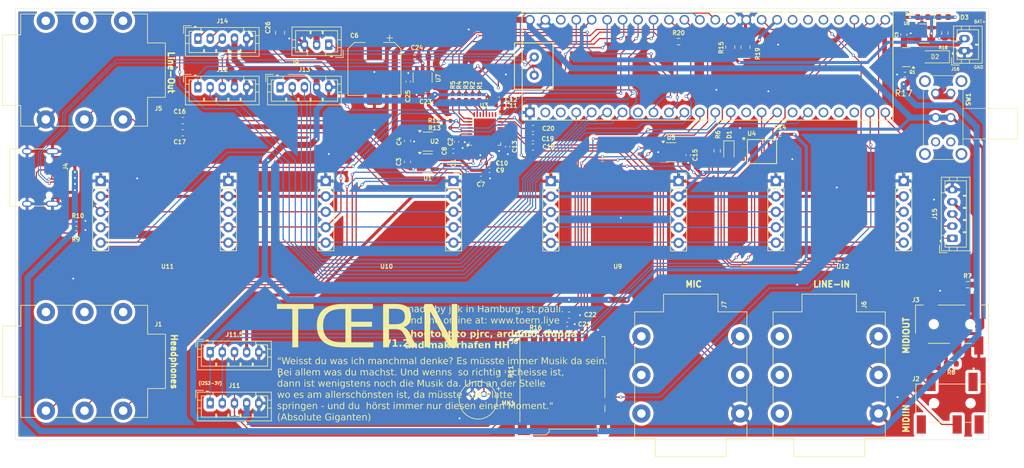
<source format=kicad_pcb>
(kicad_pcb (version 20241229) (generator "pcbnew") (generator_version "9.0")
  (layers (0 "F.Cu" signal) (4 "In1.Cu" signal) (6 "In2.Cu" signal) (2 "B.Cu" signal) (13 "F.Paste" user) (15 "B.Paste" user) (5 "F.SilkS" user "F.Silkscreen") (7 "B.SilkS" user "B.Silkscreen") (1 "F.Mask" user) (3 "B.Mask" user) (25 "Edge.Cuts" user))
  (net 0 "")
  (net 1 "GND")
  (net 2 "+3.3VA")
  (net 3 "+1V8")
  (net 4 "+5V")
  (net 5 "Net-(U1-BP)")
  (net 6 "Net-(U2-BP)")
  (net 7 "+3.3V")
  (net 8 "Net-(U3-VAG)")
  (net 9 "Net-(C16-Pad2)")
  (net 10 "Net-(U3-LINEOUT_R)")
  (net 11 "Net-(U3-LINEOUT_L)")
  (net 12 "Net-(C17-Pad2)")
  (net 13 "Net-(C18-Pad1)")
  (net 14 "LINEIN_R")
  (net 15 "Net-(C19-Pad1)")
  (net 16 "LINEIN_L")
  (net 17 "Net-(C20-Pad1)")
  (net 18 "MIC")
  (net 19 "Net-(U7-BP)")
  (net 20 "Net-(D1-A)")
  (net 21 "Net-(D1-K)")
  (net 24 "Net-(U3-HP_L)")
  (net 25 "Net-(U3-HP_R)")
  (net 26 "Net-(U3-HP_VGND)")
  (net 29 "Net-(J2-Pad3)")
  (net 32 "Net-(J3-Pad2)")
  (net 34 "Net-(J3-Pad3)")
  (net 35 "VBAT")
  (net 36 "D+")
  (net 37 "D-")
  (net 39 "Net-(J4-CC1)")
  (net 41 "Net-(J4-CC2)")
  (net 49 "Net-(MK1-+)")
  (net 52 "12_MISO_MQSL")
  (net 53 "10_CS_MQSR")
  (net 55 "14_A0_TX3_SPDIF_OUT")
  (net 57 "7_RX2_OUT1A")
  (net 58 "17_A3_TX4_SDA1")
  (net 59 "27_A13_SCK1")
  (net 60 "19_A5_SCL")
  (net 61 "18_A4_SDA")
  (net 62 "24_A10_TX6_SCL2")
  (net 63 "25_A11_RX6_SDA2")
  (net 64 "5_IN2")
  (net 65 "15_A1_RX3_SPDIF_IN")
  (net 66 "22_A8_CTX1")
  (net 67 "3_LRCLK2")
  (net 68 "4_BCLK2")
  (net 69 "2_OUT2")
  (net 70 "9_OUT1C")
  (net 71 "16_A2_RX4_SCL1")
  (net 72 "41_A17")
  (net 73 "33_MCLK2")
  (net 74 "32_OUT1B")
  (net 75 "Net-(U3-SYS_MCLK)")
  (net 76 "11_MOSI_CTX1")
  (net 77 "23_A9_CRX1_MCLK1")
  (net 78 "Net-(U3-I2S_LRCLK)")
  (net 79 "Net-(U3-I2S_SCLK)")
  (net 80 "Net-(U3-I2S_DOUT)")
  (net 81 "13_SCK_LED")
  (net 82 "Net-(U3-I2S_DIN)")
  (net 83 "Net-(R7-Pad1)")
  (net 84 "MICBIAS")
  (net 92 "Net-(U5-Pad3)")
  (net 93 "28_RX7")
  (net 94 "6_OUT1D")
  (net 95 "38_CS1_IN1")
  (net 96 "20_A6_TX5_LRCLK1")
  (net 97 "37_CS")
  (net 98 "40_A16")
  (net 99 "0_RX1_CRX2_CS1")
  (net 101 "36_CS")
  (net 102 "1_TX1_CTX2_MISO1")
  (net 103 "21_A7_RX5_BCLK1")
  (net 104 "26_A12_MOSI1")
  (net 105 "34_RX8")
  (net 107 "8_TX2_IN1")
  (net 108 "39_MISO1_OUT1A")
  (net 109 "30_CRX3")
  (net 110 "31_CTX3")
  (net 111 "35_TX8")
  (net 112 "29_TX7")
  (net 115 "VBUS")
  (net 116 "Net-(D2-K)")
  (net 117 "Net-(D3-K)")
  (net 118 "Net-(U8-STAT)")
  (net 119 "Net-(U8-PROG)")
  (net 120 "Net-(J9-Pin_1)")
  (footprint "Diode_SMD:D_SOD-123" (layer "F.Cu") (at 182.15 33 180)
    (property "Reference" "D2")
    (property "Value" "MBR0540")
  )
  (footprint "Resistor_SMD:R_0805_2012Metric" (layer "F.Cu") (at 151 31.4125 -90)
    (property "Reference" "R19")
    (property "Value" "15k")
  )
  (footprint "Sensor_Audio:POM-2244P-C3310-2-R" (layer "F.Cu") (at 106.1 88.5)
    (property "Reference" "MK1")
    (property "Value" "Microphone_Condenser")
  )
  (footprint "Capacitor_SMD:C_0402_1005Metric" (layer "F.Cu") (at 102.98 48.5)
    (property "Reference" "C8")
    (property "Value" "1u")
  )
  (footprint "Resistor_SMD:R_0603_1608Metric" (layer "F.Cu") (at 111 84.825 -90)
    (property "Reference" "R11")
    (property "Value" "2k2")
  )
  (footprint "Capacitor_SMD:C_0402_1005Metric" (layer "F.Cu") (at 95.565 37.0725 90)
    (property "Reference" "C25")
    (property "Value" "1u")
  )
  (footprint "Resistor_SMD:R_0402_1005Metric" (layer "F.Cu") (at 101.99 43.54)
    (property "Reference" "R12")
    (property "Value" "10k")
  )
  (footprint "Connector_JST:JST_PH_B5B-PH-K_1x05_P2.00mm_Vertical" (layer "F.Cu") (at 185 62.865836 90)
    (property "Reference" "J15")
    (property "Value" "Conn_01x05")
  )
  (footprint "Connector_JST:JST_PH_B5B-PH-K_1x05_P2.00mm_Vertical" (layer "F.Cu") (at 63 81.6)
    (property "Reference" "J11.5")
    (property "Value" "Conn_01x05")
  )
  (footprint "Capacitor_SMD:C_0603_1608Metric" (layer "F.Cu") (at 58.5 43.5 180)
    (property "Reference" "C16")
    (property "Value" "10u")
  )
  (footprint "Resistor_SMD:R_0603_1608Metric" (layer "F.Cu") (at 187.5 70.5)
    (property "Reference" "R7")
    (property "Value" "220R")
  )
  (footprint "Connector_JST:JST_PH_B5B-PH-K_1x05_P2.00mm_Vertical" (layer "F.Cu") (at 63 90)
    (property "Reference" "J11")
    (property "Value" "Conn_01x05")
  )
  (footprint "Capacitor_SMD:C_0603_1608Metric" (layer "F.Cu") (at 116.055 47.85 180)
    (property "Reference" "C18")
    (property "Value" "10u")
  )
  (footprint "Connector_USB:USB_C_Receptacle_HRO_TYPE-C-31-M-12" (layer "F.Cu") (at 33.95 52.86 -90)
    (property "Reference" "J4")
    (property "Value" "USB_C_Receptacle_USB2.0")
  )
  (footprint "Resistor_SMD:R_0402_1005Metric" (layer "F.Cu") (at 103.92 39.51 -90)
    (property "Reference" "R4")
    (property "Value" "22R")
  )
  (footprint "Connector_PinSocket_2.54mm:DuppaI2CEncoderV2.1" (layer "F.Cu") (at 80 46.005)
    (property "Reference" "U10")
    (property "Value" "01x05 Connector_PinSocket_2.54mm" (hide yes))
  )
  (footprint "Capacitor_SMD:C_0603_1608Metric" (layer "F.Cu") (at 177.03 29.335 90)
    (property "Reference" "C5")
    (property "Value" "10u")
  )
  (footprint "Connector_JST:JST_PH_B5B-PH-K_1x05_P2.00mm_Vertical" (layer "F.Cu") (at 61 38)
    (property "Reference" "J12")
    (property "Value" "Conn_01x05")
  )
  (footprint "Resistor_SMD:R_0402_1005Metric" (layer "F.Cu") (at 101.99 44.68)
    (property "Reference" "R13")
    (property "Value" "10k")
  )
  (footprint "Capacitor_SMD:C_0402_1005Metric" (layer "F.Cu") (at 121.7 77.02 180)
    (property "Reference" "C21")
    (property "Value" "100n")
  )
  (footprint "Capacitor_SMD:C_0402_1005Metric" (layer "F.Cu") (at 101.6175 50.39 -90)
    (property "Reference" "C1")
    (property "Value" "1u")
  )
  (footprint "Package_TO_SOT_SMD:SOT-23-6" (layer "F.Cu") (at 138.77 48.69)
    (property "Reference" "U5")
    (property "Value" "74LVC2G14")
  )
  (footprint "Capacitor_SMD:C_0402_1005Metric" (layer "F.Cu") (at 110.5 40)
    (property "Reference" "C12")
    (property "Value" "1u")
  )
  (footprint "Package_TO_SOT_SMD:SOT-23-5" (layer "F.Cu") (at 98.75842 50.53552)
    (property "Reference" "U1")
    (property "Value" "SPX3819M5-L-3-3")
  )
  (footprint "Capacitor_SMD:C_0603_1608Metric" (layer "F.Cu") (at 116.07 46.31 180)
    (property "Reference" "C19")
    (property "Value" "10u")
  )
  (footprint "Capacitor_SMD:C_0603_1608Metric" (layer "F.Cu") (at 122 75.5)
    (property "Reference" "C22")
    (property "Value" "10u")
  )
  (footprint "Capacitor_SMD:C_0805_2012Metric" (layer "F.Cu") (at 74.5 29.04 -90)
    (property "Reference" "C26")
    (property "Value" "100nF")
  )
  (footprint "Resistor_SMD:R_0402_1005Metric" (layer "F.Cu") (at 106.14 39.51 -90)
    (property "Reference" "R2")
    (property "Value" "22R")
  )
  (footprint "myLibKicad:5pin SO6_TOS" (layer "F.Cu") (at 153.7183 48.59)
    (property "Reference" "U4")
    (property "Value" "TLP2361V4_E")
  )
  (footprint "Resistor_SMD:R_0402_1005Metric" (layer "F.Cu") (at 107.23 39.51 -90)
    (property "Reference" "R1")
    (property "Value" "22R")
  )
  (footprint "Connector_JST:JST_PH_B3B-PH-K_1x03_P2.00mm_Vertical" (layer "F.Cu") (at 82.5 31 180)
    (property "Reference" "J9")
    (property "Value" "Conn_01x03")
  )
  (footprint "Capacitor_SMD:C_0402_1005Metric" (layer "F.Cu") (at 111.9 47.8 -90)
    (property "Reference" "C13")
    (property "Value" "150n")
  )
  (footprint "Package_TO_SOT_SMD:SOT-23-5" (layer "F.Cu") (at 180.3925 29.155)
    (property "Reference" "U8")
    (property "Value" "MCP73831-3-OT")
  )
  (footprint "Connector_Audio:Jack_6.35mm_Neutrik_NMJ6HCD2_Horizontal" (layer "F.Cu") (at 150.12 79 -90)
    (property "Reference" "J7")
    (property "Value" "AudioJack3_Switch")
  )
  (footprint "myLibKicad:CUI_SJ2-35863B1-SMT-TR" (layer "F.Cu") (at 184.95 77 180)
    (property "Reference" "J3")
    (property "Value" "CUI_SJ2-35863B1-SMT-TR" (hide yes))
  )
  (footprint "Capacitor_SMD:C_0402_1005Metric" (layer "F.Cu") (at 156.69 45.76)
    (property "Reference" "C14")
    (property "Value" "100n")
  )
  (footprint "LED_SMD:LED_0603_1608Metric" (layer "F.Cu") (at 183.53 26.46)
    (property "Reference" "D3")
    (property "Value" "LED")
  )
  (footprint "Resistor_SMD:R_0402_1005Metric" (layer "F.Cu") (at 41.01 60.5)
    (property "Reference" "R10")
    (property "Value" "5.1k")
  )
  (footprint "Connector_PinSocket_2.54mm:DuppaI2CEncoderV2.1" (layer "F.Cu") (at 117 46.04)
    (property "Reference" "U9")
    (property "Value" "01x05 Connector_PinSocket_2.54mm" (hide yes))
  )
  (footprint "Package_TO_SOT_SMD:SOT-23-5" (layer "F.Cu") (at 97.93 36.4225 -90)
    (property "Reference" "U7")
    (property "Value" "SPX3819M5-L-3-3" (hide yes))
  )
  (footprint "Resistor_SMD:R_0603_1608Metric" (layer "F.Cu") (at 184.825 83.5 180)
    (property "Reference" "R8")
    (property "Value" "220R")
  )
  (footprint "Resistor_SMD:R_0402_1005Metric" (layer "F.Cu") (at 41.01 62)
    (property "Reference" "R9")
    (property "Value" "5.1k")
  )
  (footprint "Capacitor_SMD:CP_Elec_8x10.5" (layer "F.Cu") (at 90 35 -90)
    (property "Reference" "C6")
    (property "Value" "1000uF")
  )
  (footprint "Capacitor_SMD:C_0603_1608Metric" (layer "F.Cu") (at 116.065 44.79 180)
    (property "Reference" "C20")
    (property "Value" "10u")
  )
  (footprint "myLibKicad:CUI_SJ2-35863B1-SMT-TR" (layer "F.Cu") (at 185 90 180)
    (property "Reference" "J2")
    (property "Value" "CUI_SJ2-35863B1-SMT-TR" (hide yes))
  )
  (footprint "Connector_Audio:Jack_6.35mm_Neutrik_NMJ6HCD2_Horizontal" (layer "F.Cu") (at 48.68102 43.307339 180)
    (property "Reference" "J5")
    (property "Value" "AudioJack3_Switch")
  )
  (footprint "Capacitor_SMD:C_0603_1608Metric" (layer "F.Cu") (at 95.45 46.825 -90)
    (property "Reference" "C4")
    (property "Value" "10u")
  )
  (footprint "Capacitor_SMD:C_0603_1608Metric" (layer "F.Cu") (at 58.5 45.5 180)
    (property "Reference" "C17")
    (property "Value" "10u")
  )
  (footprint "Resistor_SMD:R_0402_1005Metric" (layer "F.Cu") (at 118.73 77.5 180)
    (property "Reference" "R16")
    (property "Value" "10k")
  )
  (footprint "Capacitor_SMD:C_0402_1005Metric" (layer "F.Cu") (at 141.5675 49.17 -90)
    (property "Reference" "C15")
    (property "Value" "100n")
  )
  (footprint "Package_TO_SOT_SMD:SOT-23" (layer "F.Cu") (at 177.4375 33.055 180)
    (property "Reference" "Q1")
    (property "Value" "DMG3415")
  )
  (footprint "Connector_JST:JST_PH_B2B-PH-K_1x02_P2.00mm_Vertical" (layer "F.Cu") (at 187 32 90)
    (property "Reference" "J16")
    (property "Value" "BATTERY")
  )
  (footprint "Resistor_SMD:R_0402_1005Metric" (layer "F.Cu") (at 102.87 39.51 -90)
    (property "Reference" "R5")
    (property "Value" "22R")
  )
  (footprint "Package_TO_SOT_SMD:SOT-23-5" (layer "F.Cu") (at 98.77 46.95)
    (property "Reference" "U2")
    (property "Value" "SPX3819M5-L-1-8")
  )
  (footprint "Resistor_SMD:R_0402_1005Metric" (layer "F.Cu") (at 105.05 39.51 -90)
    (property "Reference" "R3")
    (property "Value" "22R")
  )
  (footprint "Diode_SMD:D_SOD-323F" (layer "F.Cu") (at 148.276528 48.447164 -90)
    (property "Reference" "D1")
    (property "Value" "BAT54J")
  )
  (footprint "Resistor_SMD:R_0402_1005Metric" (layer "F.Cu") (at 177.2 35.92)
    (property "Reference" "R17")
    (property "Value" "10k")
  )
  (footprint "Resistor_SMD:R_0603_1608Metric" (layer "F.Cu") (at 180.14 26.46 180)
    (property "Reference" "R14")
    (property "Value" "2k")
  )
  (footprint "Connector_JST:JST_PH_B5B-PH-K_1x05_P2.00mm_Vertical" (layer "F.Cu") (at 74.5 38)
    (property "Reference" "J13")
    (property "Value" "Conn_01x05")
  )
  (footprint "Connector_PinSocket_2.54mm:DuppaI2CEncoderV2.1" (layer "F.Cu") (at 43 46.005)
    (property "Reference" "U11")
    (property "Value" "01x05 Connector_PinSocket_2.54mm" (hide yes))
  )
  (footprint "Capacitor_SMD:C_0603_1608Metric" (layer "F.Cu") (at 98.105 33.0225 180)
    (property "Reference" "C24")
    (property "Value" "10u")
  )
  (footprint "Capacitor_SMD:C_0603_1608Metric" (layer "F.Cu") (at 95.443778 50.283225 -90)
    (property "Reference" "C3")
    (property "Value" "10u")
  )
  (footprint "Package_DFN_QFN:QFN-32-1EP_5x5mm_P0.5mm_EP3.6x3.6mm" (layer "F.Cu") (at 108.16 44.95 90)
    (property "Reference" "U3")
    (property "Value" "SGTL5000XNBA3")
  )
  (footprint "Connector_Card:microSD_HC_Hirose_DM3BT-DSF-PEJS" (layer "F.Cu") (at 120.9 86.925)
    (property "Reference" "J8")
    (property "Value" "Micro_SD_Card")
  )
  (footprint "Capacitor_SMD:C_0402_1005Metric" (layer "F.Cu") (at 110.5 41)
    (property "Reference" "C11")
    (property "Value" "100n")
  )
  (footprint "Resistor_SMD:R_0603_1608Metric" (layer "F.Cu") (at 183.77 29.075 90)
    (property "Reference" "R18")
    (property "Value" "2k")
  )
  (footprint "myLibKicad:EG2219" (layer "F.Cu") (at 184.75 47 90)
    (property "Reference" "SW1")
    (property "Value" "EG2219" (hide yes))
  )
  (footprint "Capacitor_SMD:C_0402_1005Metric" (layer "F.Cu") (at 108.88 50.52)
    (property "Reference" "C10")
    (property "Value" "100n")
  )
  (footprint "Connector_Audio:Jack_6.35mm_Neutrik_NMJ6HCD2_Horizontal" (layer "F.Cu") (at 172.875 79 -90)
    (property "Reference" "J6")
    (property "Value" "AudioJack3_Switch")
  )
  (footprint "Capacitor_SMD:C_0402_1005Metric" (layer "F.Cu") (at 103.5 46.98 -90)
    (property "Reference" "C2")
    (property "Value" "1u")
  )
  (footprint "Connector_JST:JST_PH_B5B-PH-K_1x05_P2.00mm_Vertical" (layer "F.Cu") (at 61 30)
    (property "Reference" "J14")
    (property "Value" "Conn_01x05")
  )
  (footprint "Capacitor_SMD:C_0402_1005Metric" (layer "F.Cu") (at 98.415 39.2325 180)
    (property "Reference" "C23")
    (property "Value" "1u")
  )
  (footprint "Resistor_SMD:R_0805_2012Metric" (layer "F.Cu") (at 148.5 31.4125 90)
    (property "Reference" "R15")
    (property "Value" "10k")
  )
  (footprint "Capacitor_SMD:C_0402_1005Metric" (layer "F.Cu") (at 107.52 53)
    (property "Reference" "C7")
    (property "Value" "1u")
  )
  (footprint "Connector_PinSocket_2.54mm:DuppaI2CEncoderV2.1" (layer "F.Cu") (at 154 46.005)
    (property "Reference" "U12")
    (property "Value" "01x05 Connector_PinSocket_2.54mm" (hide yes))
  )
  (footprint "Resistor_SMD:R_0603_1608Metric" (layer "F.Cu") (at 140 30.5)
    (property "Reference" "R20")
    (property "Value" "220R")
  )
  (footprint "myLibKicad:Teensy41" (layer "F.Cu") (at 144.77 34.53)
    (property "Reference" "U6" (hide yes))
    (property "Value" "Teensy4.1" (hide yes))
  )
  (footprint "Resistor_SMD:R_0603_1608Metric" (layer "F.Cu") (at 146.34 48.46 -90)
    (property "Reference" "R6")
    (property "Value" "220R")
  )
  (footprint "Capacitor_SMD:C_0402_1005Metric" (layer "F.Cu") (at 108.92 51.68)
    (property "Reference" "C9")
    (property "Value" "1u")
  )
  (footprint "Connector_Audio:Jack_6.35mm_Neutrik_NMJ6HCD2_Horizontal" (layer "F.Cu") (at 48.7 91.23 180)
    (property "Reference" "J1")
    (property "Value" "AudioJack3_Switch")
  )
  (gr_rect (start 30.98 25.04) (end 190.98 96) (stroke (width 0.05)) (fill no) (layer "Edge.Cuts"))
  (gr_text "shoutout to pjrc, arduino, duppa \nand makerhafen HH" (at 95 78 0) (layer "F.SilkS") (effects (font (size 1.1 1.1) (thickness 0.16) (bold yes)) (justify left top)))
  (gr_text "MIDIIN" (at 178 95 90) (layer "F.SilkS") (effects (font (size 1 1) (thickness 0.25) (bold yes)) (justify left bottom)))
  (gr_text "{dblquote}Weisst du was ich manchmal denke? Es müsste immer Musik da sein. \nBei allem was du machst. Und wenns  so richtig  scheisse ist, \ndann ist wenigstens noch die Musik da. Und an der Stelle  \nwo es am allerschönsten ist, da müsste  die Platte \nspringen - und du  hörst immer nur diesen einen Moment.{dblquote}\n(Absolute Giganten)\n" (at 74 93 0) (layer "F.SilkS") (effects (font (size 1.1 1.1) (thickness 0.1)) (justify left bottom)))
  (gr_text "MIC" (at 141 71 0) (layer "F.SilkS") (effects (font (size 1 1) (thickness 0.25) (bold yes)) (justify left bottom)))
  (gr_text "TŒRN" (at 74 82 0) (layer "F.SilkS") (effects (font (size 7 7) (thickness 0.1)) (justify left bottom)))
  (gr_text "V1.2" (at 91.5 79.5 0) (layer "F.SilkS") (effects (font (size 1.2 1.2) (thickness 0.125) (bold yes)) (justify left top)))
  (gr_text "MIDIOUT" (at 178 82 90) (layer "F.SilkS") (effects (font (size 1 1) (thickness 0.25) (bold yes)) (justify left bottom)))
  (gr_text "Line-Out" (at 56 32 270) (layer "F.SilkS") (effects (font (size 1 1) (thickness 0.25) (bold yes)) (justify left bottom)))
  (gr_text "LINE-IN" (at 162 71 0) (layer "F.SilkS") (effects (font (size 1 1) (thickness 0.25) (bold yes)) (justify left bottom)))
  (gr_text "Headphones" (at 56.5 78.5 270) (layer "F.SilkS") (effects (font (size 1 1) (thickness 0.25) (bold yes)) (justify left bottom)))
  (gr_text "made by jpk in Hamburg, st.pauli.\nfind me online at: www.toern.live" (at 94.98783 73.93356 0) (layer "F.SilkS") (effects (font (size 1.1 1.1) (thickness 0.125)) (justify left top)))
  (gr_text "GND" (at 188.5 35 0) (layer "F.SilkS") (effects (font (size 0.5 0.5) (thickness 0.1)) (justify left bottom)))
  (gr_text "BAT+" (at 188.5 27.5 0) (layer "F.SilkS") (effects (font (size 0.5 0.5) (thickness 0.1)) (justify left bottom)))
  (gr_text "(I2S2-3V)" (at 61 87 0) (layer "F.SilkS") (effects (font (size 0.5 0.5) (thickness 0.125) (bold yes)) (justify left bottom)))
  (segment (start 141.5675 49.65) (end 141.5675 50.4175) (width 0.2) (layer "F.Cu") (net 1))
  (segment (start 110.17 51.68) (end 110.18 51.69) (width 0.2) (layer "F.Cu") (net 1))
  (segment (start 123.625 79.3) (end 123.66 79.265) (width 0.5) (layer "F.Cu") (net 1))
  (segment (start 105.5 47.5) (end 106.31 47.5) (width 0.2) (layer "F.Cu") (net 1))
  (segment (start 156.21 46.46) (end 156.24 46.49) (width 0.2) (layer "F.Cu") (net 1))
  (segment (start 141.5675 50.4175) (end 141.59 50.44) (width 0.2) (layer "F.Cu") (net 1))
  (segment (start 95.825553 51.44) (end 95.443778 51.058225) (width 0.5) (layer "F.Cu") (net 1))
  (segment (start 105.3 46.2) (end 105.71 46.2) (width 0.2) (layer "F.Cu") (net 1))
  (segment (start 109.41 46.2) (end 108.16 44.95) (width 0.2) (layer "F.Cu") (net 1))
  (segment (start 74.5 29.99) (end 76 29.99) (width 0.5) (layer "F.Cu") (net 1))
  (segment (start 151 27.03) (end 151.12 26.91) (width 0.2) (layer "F.Cu") (net 1))
  (segment (start 42 60.5) (end 41.53 60.5) (width 0.2) (layer "F.Cu") (net 1))
  (segment (start 80.749 33.249) (end 87.749 33.249) (width 0.5) (layer "F.Cu") (net 1))
  (segment (start 110.095614 48.5) (end 109.41 47.814386) (width 0.2) (layer "F.Cu") (net 1))
  (segment (start 96.5425 46.95) (end 96.5325 46.94) (width 0.5) (layer "F.Cu") (net 1))
  (segment (start 96.9475 39.2325) (end 96.94 39.24) (width 0.5) (layer "F.Cu") (net 1))
  (segment (start 123.66 79.265) (end 123.66 78) (width 0.5) (layer "F.Cu") (net 1))
  (segment (start 177.59 28.56) (end 178.16 29.13) (width 0.5) (layer "F.Cu") (net 1))
  (segment (start 122.795 75.52) (end 123.78 75.52) (width 0.5) (layer "F.Cu") (net 1))
  (segment (start 107.41 49.18) (end 107.42 49.19) (width 0.2) (layer "F.Cu") (net 1))
  (segment (start 95.8725 47.6) (end 96.5325 46.94) (width 0.5) (layer "F.Cu") (net 1))
  (segment (start 35.955 43.335) (end 35.955 43.455) (width 0.2) (layer "F.Cu") (net 1))
  (segment (start 97.33 33.44) (end 97.94 34.05) (width 0.5) (layer "F.Cu") (net 1))
  (segment (start 111.9 49) (end 111.92 49.02) (width 0.2) (layer "F.Cu") (net 1))
  (segment (start 76 29.99) (end 77.49 29.99) (width 0.5) (layer "F.Cu") (net 1))
  (segment (start 42.5 60) (end 42 60.5) (width 0.2) (layer "F.Cu") (net 1))
  (segment (start 110.5 48.5) (end 110.095614 48.5) (width 0.2) (layer "F.Cu") (net 1))
  (segment (start 116.165 42.15) (end 115.56 42.15) (width 0.2) (layer "F.Cu") (net 1))
  (segment (start 104.5 48) (end 104 48.5) (width 0.5) (layer "F.Cu") (net 1))
  (segment (start 42.01 61.99) (end 42.5 61.5) (width 0.2) (layer "F.Cu") (net 1))
  (segment (start 97.6325 46.95) (end 96.5425 46.95) (width 0.5) (layer "F.Cu") (net 1))
  (segment (start 183.77 29.9) (end 182.89 29.9) (width 0.5) (layer "F.Cu") (net 1))
  (segment (start 136.65 48.69) (end 137.6325 48.69) (width 0.2) (layer "F.Cu") (net 1))
  (segment (start 78.5 31) (end 80.749 33.249) (width 0.5) (layer "F.Cu") (net 1))
  (segment (start 156.21 45.76) (end 156.21 46.46) (width 0.2) (layer "F.Cu") (net 1))
  (segment (start 157.16 49.86) (end 158.69 49.86) (width 0.2) (layer "F.Cu") (net 1))
  (segment (start 104.847429 46.652571) (end 105.3 46.2) (width 0.2) (layer "F.Cu") (net 1))
  (segment (start 95.45 47.6) (end 95.8725 47.6) (width 0.5) (layer "F.Cu") (net 1))
  (segment (start 95.565 36.5925) (end 95.565 35.685) (width 0.5) (layer "F.Cu") (net 1))
  (segment (start 177.03 28.56) (end 177.59 28.56) (width 0.5) (layer "F.Cu") (net 1))
  (segment (start 126.775 77.95) (end 126.775 79.2) (width 0.5) (layer "F.Cu") (net 1))
  (segment (start 109.41 47.4) (end 109.41 46.2) (width 0.2) (layer "F.Cu") (net 1))
  (segment (start 109.4 51.68) (end 110.17 51.68) (width 0.2) (layer "F.Cu") (net 1))
  (segment (start 87.749 33.249) (end 90 35.5) (width 0.5) (layer "F.Cu") (net 1))
  (segment (start 158.69 49.86) (end 158.7 49.85) (width 0.2) (layer "F.Cu") (net 1))
  (segment (start 107.41 47.4) (end 107.41 49.18) (width 0.2) (layer "F.Cu") (net 1))
  (segment (start 106.31 47.5) (end 106.41 47.4) (width 0.2) (layer "F.Cu") (net 1))
  (segment (start 96.3925 51.44) (end 96.3925 50.82104) (width 0.5) (layer "F.Cu") (net 1))
  (segment (start 96.3925 50.82104) (end 96.67802 50.53552) (width 0.5) (layer "F.Cu") (net 1))
  (segment (start 97.33 33.0225) (end 97.33 33.44) (width 0.5) (layer "F.Cu") (net 1))
  (segment (start 95.565 35.685) (end 95.57 35.68) (width 0.5) (layer "F.Cu") (net 1))
  (segment (start 178.185 29.155) (end 178.16 29.13) (width 0.5) (layer "F.Cu") (net 1))
  (segment (start 110.17 50.55) (end 109.39 50.55) (width 0.2) (layer "F.Cu") (net 1))
  (segment (start 176.69 35.92) (end 175.95 35.92) (width 0.2) (layer "F.Cu") (net 1))
  (segment (start 97.93 34.06) (end 97.94 34.05) (width 0.5) (layer "F.Cu") (net 1))
  (segment (start 104 48.5) (end 103.46 48.5) (width 0.5) (layer "F.Cu") (net 1))
  (segment (start 179.255 29.155) (end 178.185 29.155) (width 0.5) (layer "F.Cu") (net 1))
  (segment (start 103.96 47.46) (end 103.5 47.46) (width 0.5) (layer "F.Cu") (net 1))
  (segment (start 101.6175 50.87) (end 104.157866 50.87) (width 0.2) (layer "F.Cu") (net 1))
  (segment (start 110.956134 41) (end 111.73147 41) (width 0.2) (layer "F.Cu") (net 1))
  (segment (start 151 30.5) (end 151 27.03) (width 0.5) (layer "F.Cu") (net 1))
  (segment (start 109.41 47.814386) (end 109.41 47.12) (width 0.2) (layer "F.Cu") (net 1))
  (segment (start 96.67802 50.53552) (end 97.62092 50.53552) (width 0.5) (layer "F.Cu") (net 1))
  (segment (start 110.98 40) (end 112.5 40) (width 0.2) (layer "F.Cu") (net 1))
  (segment (start 97.935 39.2325) (end 96.9475 39.2325) (width 0.5) (layer "F.Cu") (net 1))
  (segment (start 104.847429 47.05) (end 104.847429 46.652571) (width 0.2) (layer "F.Cu") (net 1))
  (segment (start 104.157866 50.87) (end 105.318578 52.030712) (width 0.2) (layer "F.Cu") (net 1))
  (segment (start 111.73147 41) (end 112.115735 40.615735) (width 0.2) (layer "F.Cu") (net 1))
  (segment (start 111.9 48.28) (end 111.9 49) (width 0.2) (layer "F.Cu") (net 1))
  (segment (start 90 35.5) (end 90 38.7) (width 1) (layer "F.Cu") (net 1))
  (segment (start 97.93 35.285) (end 97.93 34.06) (width 0.5) (layer "F.Cu") (net 1))
  (segment (start 182.89 29.9) (end 182.88 29.91) (width 0.5) (layer "F.Cu") (net 1))
  (segment (start 122.18 77.02) (end 122.9 77.02) (width 0.5) (layer "F.Cu") (net 1))
  (segment (start 104.847429 47.05) (end 104.86 47.05) (width 0.2) (layer "F.Cu") (net 1))
  (segment (start 104.5 48) (end 103.96 47.46) (width 0.5) (layer "F.Cu") (net 1))
  (segment (start 77.49 29.99) (end 78.5 31) (width 0.5) (layer "F.Cu") (net 1))
  (segment (start 175.95 35.92) (end 175.94 35.91) (width 0.2) (layer "F.Cu") (net 1))
  (segment (start 109 53) (end 108 53) (width 0.2) (layer "F.Cu") (net 1))
  (segment (start 101.6475 50.9) (end 101.6175 50.87) (width 0.2) (layer "F.Cu") (net 1))
  (segment (start 41.45 61.99) (end 42.01 61.99) (width 0.2) (layer "F.Cu") (net 1))
  (segment (start 105.71 46.2) (end 105.71 46.7) (width 0.2) (layer "F.Cu") (net 1))
  (segment (start 96.3925 51.44) (end 95.825553 51.44) (width 0.5) (layer "F.Cu") (net 1))
  (via (at 95.57 35.68) (size 0.5) (drill 0.3) (layers "F.Cu" "B.Cu") (net 1))
  (via (at 111.6 35.91) (size 0.5) (drill 0.3) (layers "F.Cu" "B.Cu") (net 1))
  (via (at 111.92 49.02) (size 0.5) (drill 0.3) (layers "F.Cu" "B.Cu") (net 1))
  (via (at 107.42 49.19) (size 0.5) (drill 0.3) (layers "F.Cu" "B.Cu") (net 1))
  (via (at 97.94 34.05) (size 0.5) (drill 0.3) (layers "F.Cu" "B.Cu") (net 1))
  (via (at 123.626208 77.95) (size 0.5) (drill 0.3) (layers "F.Cu" "B.Cu") (net 1))
  (via (at 51 53) (size 0.5) (drill 0.3) (layers "F.Cu" "B.Cu") (net 1))
  (via (at 126.775 77.95) (size 0.5) (drill 0.3) (layers "F.Cu" "B.Cu") (net 1))
  (via (at 105.5 47.5) (size 0.5) (drill 0.3) (layers "F.Cu" "B.Cu") (net 1))
  (via (at 74.4 85.6) (size 0.5) (drill 0.3) (layers "F.Cu" "B.Cu") (net 1))
  (via (at 40.5 69.5) (size 0.5) (drill 0.3) (layers "F.Cu" "B.Cu") (net 1))
  (via (at 141.59 50.44) (size 0.5) (drill 0.3) (layers "F.Cu" "B.Cu") (net 1))
  (via (at 105.5 34.05) (size 0.5) (drill 0.3) (layers "F.Cu" "B.Cu") (net 1))
  (via (at 76 29.99) (size 0.5) (drill 0.3) (layers "F.Cu" "B.Cu") (net 1))
  (via (at 104.5 48) (size 0.5) (drill 0.3) (layers "F.Cu" "B.Cu") (net 1))
  (via (at 112.115735 40.615735) (size 0.6) (drill 0.3) (layers "F.Cu" "B.Cu") (net 1))
  (via (at 159.5 70.5) (size 0.5) (drill 0.3) (layers "F.Cu" "B.Cu") (net 1))
  (via (at 90 45) (size 0.5) (drill 0.3) (layers "F.Cu" "B.Cu") (net 1))
  (via (at 146.22 38.42) (size 0.5) (drill 0.3) (layers "F.Cu" "B.Cu") (net 1))
  (via (at 123.78 75.52) (size 0.5) (drill 0.3) (layers "F.Cu" "B.Cu") (net 1))
  (via (at 90 35.5) (size 0.5) (drill 0.3) (layers "F.Cu" "B.Cu") (net 1))
  (via (at 154.76 38.68) (size 0.5) (drill 0.3) (layers "F.Cu" "B.Cu") (net 1))
  (via (at 42.5 61.5) (size 0.5) (drill 0.3) (layers "F.Cu" "B.Cu") (net 1))
  (via (at 150.08 44.72) (size 0.5) (drill 0.3) (layers "F.Cu" "B.Cu") (net 1))
  (via (at 42.5 60) (size 0.5) (drill 0.3) (layers "F.Cu" "B.Cu") (net 1))
  (via (at 156.37 31) (size 0.5) (drill 0.3) (layers "F.Cu" "B.Cu") (net 1))
  (via (at 82.5 49) (size 0.5) (drill 0.3) (layers "F.Cu" "B.Cu") (net 1))
  (via (at 96.5325 46.94) (size 0.5) (drill 0.3) (layers "F.Cu" "B.Cu") (net 1))
  (via (at 105.318578 52.030712) (size 0.5) (drill 0.3) (layers "F.Cu" "B.Cu") (net 1))
  (via (at 136.65 48.69) (size 0.5) (drill 0.3) (layers "F.Cu" "B.Cu") (net 1))
  (via (at 112.5 40) (size 0.6) (drill 0.3) (layers "F.Cu" "B.Cu") (net 1))
  (via (at 110.18 51.69) (size 0.5) (drill 0.3) (layers "F.Cu" "B.Cu") (net 1))
  (via (at 110.17 50.55) (size 0.5) (drill 0.3) (layers "F.Cu" "B.Cu") (net 1))
  (via (at 104.847429 47.05) (size 0.5) (drill 0.3) (layers "F.Cu" "B.Cu") (net 1))
  (via (at 188 69) (size 0.5) (drill 0.3) (layers "F.Cu" "B.Cu") (net 1))
  (via (at 175.94 35.91) (size 0.5) (drill 0.3) (layers "F.Cu" "B.Cu") (net 1))
  (via (at 104 92.5) (size 0.5) (drill 0.3) (layers "F.Cu" "B.Cu") (net 1))
  (via (at 178.16 29.13) (size 0.5) (drill 0.3) (layers "F.Cu" "B.Cu") (net 1))
  (via (at 166 54.5) (size 0.5) (drill 0.3) (layers "F.Cu" "B.Cu") (net 1))
  (via (at 110.5 48.5) (size 0.5) (drill 0.3) (layers "F.Cu" "B.Cu") (net 1))
  (via (at 96.94 39.24) (size 0.5) (drill 0.3) (layers "F.Cu" "B.Cu") (net 1))
  (via (at 51 62.5) (size 0.5) (drill 0.3) (layers "F.Cu" "B.Cu") (net 1))
  (via (at 183 71.5) (size 0.5) (drill 0.3) (layers "F.Cu" "B.Cu") (net 1))
  (via (at 158.7 49.85) (size 0.5) (drill 0.3) (layers "F.Cu" "B.Cu") (net 1))
  (via (at 122.92 77) (size 0.5) (drill 0.3) (layers "F.Cu" "B.Cu") (net 1))
  (via (at 105.5 28.5) (size 0.5) (drill 0.3) (layers "F.Cu" "B.Cu") (net 1))
  (via (at 130.5 59.5) (size 0.5) (drill 0.3) (layers "F.Cu" "B.Cu") (net 1))
  (via (at 182 56.5) (size 0.5) (drill 0.3) (layers "F.Cu" "B.Cu") (net 1))
  (via (at 182.88 29.91) (size 0.5) (drill 0.3) (layers "F.Cu" "B.Cu") (net 1))
  (via (at 109 53) (size 0.5) (drill 0.3) (layers "F.Cu" "B.Cu") (net 1))
  (via (at 96.3925 51.44) (size 0.5) (drill 0.3) (layers "F.Cu" "B.Cu") (net 1))
  (via (at 156.24 46.49) (size 0.5) (drill 0.3) (layers "F.Cu" "B.Cu") (net 1))
  (via (at 176 89) (size 0.5) (drill 0.3) (layers "F.Cu" "B.Cu") (net 1))
  (segment (start 139.960051 53.5) (end 140 53.460051) (width 0.2) (layer "B.Cu") (net 1))
  (segment (start 119 53.46) (end 119.04 53.5) (width 0.2) (layer "B.Cu") (net 1))
  (segment (start 100.2204 49.91) (end 101.6175 49.91) (width 0.5) (layer "F.Cu") (net 2))
  (segment (start 108.41 47.4) (end 108.41 50.51) (width 0.2) (layer "F.Cu") (net 2))
  (segment (start 104.187817 49.91) (end 101.6175 49.91) (width 0.5) (layer "F.Cu") (net 2))
  (segment (start 99.89592 49.58552) (end 100.2204 49.91) (width 0.5) (layer "F.Cu") (net 2))
  (segment (start 108.4 50.52) (end 108.4 51.64) (width 0.2) (layer "F.Cu") (net 2))
  (segment (start 105.957817 51.68) (end 104.187817 49.91) (width 0.5) (layer "F.Cu") (net 2))
  (segment (start 108.44 51.68) (end 105.957817 51.68) (width 0.5) (layer "F.Cu") (net 2))
  (segment (start 99.9075 46) (end 101.635 46) (width 0.5) (layer "F.Cu") (net 3))
  (segment (start 104.3 45.7) (end 105.71 45.7) (width 0.2) (layer "F.Cu") (net 3))
  (segment (start 101.64 46.005) (end 102.135 46.5) (width 0.2) (layer "F.Cu") (net 3))
  (segment (start 102.135 46.5) (end 103.5 46.5) (width 0.2) (layer "F.Cu") (net 3))
  (segment (start 103.5 46.5) (end 104.3 45.7) (width 0.2) (layer "F.Cu") (net 3))
  (segment (start 176.999949 55.965) (end 177 55.965051) (width 0.5) (layer "F.Cu") (net 4))
  (segment (start 139.9075 48.69) (end 141.5675 48.69) (width 0.2) (layer "F.Cu") (net 4))
  (segment (start 115.56 26.91) (end 98.86 26.91) (width 1) (layer "F.Cu") (net 4))
  (segment (start 82 27) (end 80.5 28.5) (width 1) (layer "F.Cu") (net 4))
  (segment (start 93.3525 46.05) (end 93.3425 46.06) (width 0.5) (layer "F.Cu") (net 4))
  (segment (start 81.91 26.91) (end 82 27) (width 1) (layer "F.Cu") (net 4))
  (segment (start 93.3425 46.06) (end 93.3425 32.4275) (width 1) (layer "F.Cu") (net 4))
  (segment (start 93.3425 32.4275) (end 98.86 26.91) (width 1) (layer "F.Cu") (net 4))
  (segment (start 104 26.91) (end 98.86 26.91) (width 0.5) (layer "F.Cu") (net 4))
  (segment (start 96.234949 55.965051) (end 103 55.965051) (width 0.5) (layer "F.Cu") (net 4))
  (segment (start 98.86 26.91) (end 90 26.91) (width 1) (layer "F.Cu") (net 4))
  (segment (start 185 43) (end 182.25 43) (width 0.5) (layer "F.Cu") (net 4))
  (segment (start 98.283419 49.58552) (end 98.73342 50.035521) (width 0.5) (layer "F.Cu") (net 4))
  (segment (start 80.5 28.5) (end 80.5 31.36) (width 1) (layer "F.Cu") (net 4))
  (segment (start 80 72.2) (end 96.234949 55.965051) (width 0.5) (layer "F.Cu") (net 4))
  (segment (start 97.6325 47.9) (end 98.294999 47.9) (width 0.5) (layer "F.Cu") (net 4))
  (segment (start 184 79.1) (end 184.55 78.55) (width 0.5) (layer "F.Cu") (net 4))
  (segment (start 176.965051 56) (end 177 55.965051) (width 1) (layer "F.Cu") (net 4))
  (segment (start 97.62092 49.58552) (end 98.283419 49.58552) (width 0.5) (layer "F.Cu") (net 4))
  (segment (start 74.5 28) (end 75.59 26.91) (width 1) (layer "F.Cu") (net 4))
  (segment (start 184 83.5) (end 184 79.1) (width 0.5) (layer "F.Cu") (net 4))
  (segment (start 103.034949 56) (end 103 55.965051) (width 0.5) (layer "F.Cu") (net 4))
  (segment (start 142.75 51.25) (end 142.75 48.98) (width 0.5) (layer "F.Cu") (net 4))
  (segment (start 98.3425 46) (end 97.6325 46) (width 0.5) (layer "F.Cu") (net 4))
  (segment (start 98.88 32.03) (end 104 26.91) (width 0.5) (layer "F.Cu") (net 4))
  (segment (start 93.3425 46.06) (end 93.3425 47.406947) (width 1) (layer "F.Cu") (net 4))
  (segment (start 98.186104 51.48552) (end 97.62092 51.48552) (width 0.5) (layer "F.Cu") (net 4))
  (segment (start 96.98 35.947499) (end 97.430001 36.3975) (width 0.5) (layer "F.Cu") (net 4))
  (segment (start 82.09 26.91) (end 82 27) (width 1) (layer "F.Cu") (net 4))
  (segment (start 98.6725 36.3975) (end 98.88 36.19) (width 0.5) (layer "F.Cu") (net 4))
  (segment (start 98.745 47.449999) (end 98.745 46.4025) (width 0.5) (layer "F.Cu") (net 4))
  (segment (start 144 52) (end 143.5 52) (width 0.5) (layer "F.Cu") (net 4))
  (segment (start 90 26.91) (end 82.09 26.91) (width 1) (layer "F.Cu") (net 4))
  (segment (start 98.88 33.0225) (end 98.88 32.03) (width 0.5) (layer "F.Cu") (net 4))
  (segment (start 98.73342 50.035521) (end 98.73342 50.938204) (width 0.5) (layer "F.Cu") (net 4))
  (segment (start 65.999949 55.965) (end 66 55.965051) (width 0.5) (layer "F.Cu") (net 4))
  (segment (start 95.521073 49.58552) (end 97.62092 49.58552) (width 0.5) (layer "F.Cu") (net 4))
  (segment (start 66 55.965051) (end 66.034949 56) (width 1) (layer "F.Cu") (net 4))
  (segment (start 97.430001 36.3975) (end 98.6725 36.3975) (width 0.5) (layer "F.Cu") (net 4))
  (segment (start 97.6325 46) (end 95.5 46) (width 0.5) (layer "F.Cu") (net 4))
  (segment (start 156 55.965) (end 176.999949 55.965) (width 0.5) (layer "F.Cu") (net 4))
  (segment (start 96.98 35.285) (end 96.98 35.947499) (width 0.5) (layer "F.Cu") (net 4))
  (segment (start 93.3425 47.406947) (end 95.443778 49.508225) (width 1) (layer "F.Cu") (net 4))
  (segment (start 73.2 72.2) (end 80 72.2) (width 0.5) (layer "F.Cu") (net 4))
  (segment (start 190 48) (end 185 43) (width 0.5) (layer "F.Cu") (net 4))
  (segment (start 188.95 78.55) (end 190 77.5) (width 0.5) (layer "F.Cu") (net 4))
  (segment (start 143.5 52) (end 142.75 51.25) (width 0.5) (layer "F.Cu") (net 4))
  (segment (start 98.88 33.0225) (end 98.88 35.285) (width 0.5) (layer "F.Cu") (net 4))
  (segment (start 98.88 36.19) (end 98.88 35.285) (width 0.5) (layer "F.Cu") (net 4))
  (segment (start 45 55.965) (end 65.999949 55.965) (width 0.5) (layer "F.Cu") (net 4))
  (segment (start 184.55 78.55) (end 188.95 78.55) (width 0.5) (layer "F.Cu") (net 4))
  (segment (start 69 81.6) (end 69 76.4) (width 0.5) (layer "F.Cu") (net 4))
  (segment (start 142.75 48.98) (end 142.46 48.69) (width 0.5) (layer "F.Cu") (net 4))
  (segment (start 75.59 26.91) (end 81.91 26.91) (width 1) (layer "F.Cu") (net 4))
  (segment (start 98.73342 50.938204) (end 98.186104 51.48552) (width 0.5) (layer "F.Cu") (net 4))
  (segment (start 81.999949 55.965051) (end 82 55.965) (width 0.5) (layer "F.Cu") (net 4))
  (segment (start 95.45 46.05) (end 93.3525 46.05) (width 0.5) (layer "F.Cu") (net 4))
  (segment (start 119 56) (end 103.034949 56) (width 0.5) (layer "F.Cu") (net 4))
  (segment (start 66 55.965051) (end 81.999949 55.965051) (width 0.5) (layer "F.Cu") (net 4))
  (segment (start 81.965 56) (end 82 55.965) (width 1) (layer "F.Cu") (net 4))
  (segment (start 69 76.4) (end 73.2 72.2) (width 0.5) (layer "F.Cu") (net 4))
  (segment (start 156 55.965) (end 156.035 56) (width 1) (layer "F.Cu") (net 4))
  (segment (start 98.294999 47.9) (end 98.745 47.449999) (width 0.5) (layer "F.Cu") (net 4))
  (segment (start 142.46 48.69) (end 141.5675 48.69) (width 0.5) (layer "F.Cu") (net 4))
  (segment (start 74.5 28.09) (end 74.5 28) (width 1) (layer "F.Cu") (net 4))
  (segment (start 190 77.5) (end 190 48) (width 0.5) (layer "F.Cu") (net 4))
  (segment (start 98.745 46.4025) (end 98.3425 46) (width 0.5) (layer "F.Cu") (net 4))
  (segment (start 90 31.3) (end 90 26.91) (width 1) (layer "F.Cu") (net 4))
  (via (at 144 52) (size 0.5) (drill 0.3) (layers "F.Cu" "B.Cu") (net 4))
  (segment (start 102.965051 56) (end 103 55.965051) (width 1) (layer "B.Cu") (net 4))
  (segment (start 122.39 34.89) (end 115.56 28.06) (width 1) (layer "B.Cu") (net 4))
  (segment (start 119.000051 56.000051) (end 119 56) (width 0.5) (layer "B.Cu") (net 4))
  (segment (start 139.999949 56) (end 140 56.000051) (width 1) (layer "B.Cu") (net 4))
  (segment (start 115.56 28.06) (end 115.56 26.91) (width 1) (layer "B.Cu") (net 4))
  (segment (start 140 56.000051) (end 155.964949 56.000051) (width 0.5) (layer "B.Cu") (net 4))
  (segment (start 140 56.000026) (end 140 56.000051) (width 0.5) (layer "B.Cu") (net 4))
  (segment (start 144 52.000026) (end 140 56.000026) (width 0.5) (layer "B.Cu") (net 4))
  (segment (start 170.02 34.89) (end 128.5 34.89) (width 1) (layer "B.Cu") (net 4))
  (segment (start 182.25 43) (end 178.13 43) (width 0.5) (layer "B.Cu") (net 4))
  (segment (start 155.964949 56.000051) (end 156 55.965) (width 0.5) (layer "B.Cu") (net 4))
  (segment (start 140 56.000051) (end 119.000051 56.000051) (width 0.5) (layer "B.Cu") (net 4))
  (segment (start 102.999949 55.965) (end 103 55.965051) (width 0.5) (layer "B.Cu") (net 4))
  (segment (start 156.59 44.91) (end 149.5 52) (width 0.5) (layer "B.Cu") (net 4))
  (segment (start 149.5 52) (end 144 52) (width 0.5) (layer "B.Cu") (net 4))
  (segment (start 184.75 43) (end 182.25 43) (width 0.5) (layer "B.Cu") (net 4))
  (segment (start 176.22 44.91) (end 156.59 44.91) (width 0.5) (layer "B.Cu") (net 4))
  (segment (start 82 55.965) (end 82.035 56) (width 1) (layer "B.Cu") (net 4))
  (segment (start 128.5 34.89) (end 122.39 34.89) (width 1) (layer "B.Cu") (net 4))
  (segment (start 144 52) (end 144 52.000026) (width 0.5) (layer "B.Cu") (net 4))
  (segment (start 178.13 43) (end 170.02 34.89) (width 1) (layer "B.Cu") (net 4))
  (segment (start 184.75 43) (end 178.13 43) (width 1) (layer "B.Cu") (net 4))
  (segment (start 178.13 43) (end 176.22 44.91) (width 0.5) (layer "B.Cu") (net 4))
  (segment (start 140 56.000051) (end 140.000051 56) (width 1) (layer "B.Cu") (net 4))
  (segment (start 155.965 56) (end 156 55.965) (width 1) (layer "B.Cu") (net 4))
  (segment (start 82 55.965) (end 102.999949 55.965) (width 0.5) (layer "B.Cu") (net 4))
  (segment (start 99.84 51.54144) (end 99.89592 51.48552) (width 0.2) (layer "F.Cu") (net 5))
  (segment (start 99.89592 51.48552) (end 99.93144 51.45) (width 0.2) (layer "F.Cu") (net 5))
  (segment (start 105.5 53) (end 107.04 53) (width 0.2) (layer "F.Cu") (net 5))
  (segment (start 99.93144 51.45) (end 103.95 51.45) (width 0.2) (layer "F.Cu") (net 5))
  (segment (start 103.95 51.45) (end 105.5 53) (width 0.2) (layer "F.Cu") (net 5))
  (segment (start 99.9075 47.9) (end 101.40255 47.9) (width 0.5) (layer "F.Cu") (net 6))
  (segment (start 102.00255 48.5) (end 102.5 48.5) (width 0.5) (layer "F.Cu") (net 6))
  (segment (start 101.40255 47.9) (end 102.00255 48.5) (width 0.5) (layer "F.Cu") (net 6))
  (segment (start 120.575 81) (end 121.425 80.15) (width 0.5) (layer "F.Cu") (net 7))
  (segment (start 79 35) (end 68.5 35) (width 1) (layer "F.Cu") (net 7))
  (segment (start 98.88 37.56) (end 98.88 39.2175) (width 0.5) (layer "F.Cu") (net 7))
  (segment (start 187.55 59.415836) (end 185 56.865836) (width 0.5) (layer "F.Cu") (net 7))
  (segment (start 110.02 40) (end 110.02 41) (width 0.5) (layer "F.Cu") (net 7))
  (segment (start 108.41 42.5) (end 108.39 42.48) (width 0.2) (layer "F.Cu") (net 7))
  (segment (start 108.39 42.48) (end 108.39 39.24) (width 0.2) (layer "F.Cu") (net 7))
  (segment (start 101.48 43.54) (end 101.48 44.68) (width 0.5) (layer "F.Cu") (net 7))
  (segment (start 117.325 78.395) (end 117.325 80.325) (width 0.5) (layer "F.Cu") (net 7))
  (segment (start 98.895 39.2325) (end 99.9175 39.2325) (width 0.5) (layer "F.Cu") (net 7))
  (segment (start 67 33.5) (end 67 30) (width 1) (layer "F.Cu") (net 7))
  (segment (start 68.5 35) (end 67 36.5) (width 1) (layer "F.Cu") (net 7))
  (segment (start 121.45 79.275) (end 121.425 79.3) (width 0.5) (layer "F.Cu") (net 7))
  (segment (start 80.5 36.5) (end 79 35) (width 1) (layer "F.Cu") (net 7))
  (segment (start 118 81) (end 120.575 81) (width 0.5) (layer "F.Cu") (net 7))
  (segment (start 121.22 77.02) (end 121.22 79.095) (width 0.5) (layer "F.Cu") (net 7))
  (segment (start 98.895 40.995) (end 98.895 39.2325) (width 0.5) (layer "F.Cu") (net 7))
  (segment (start 109.15 40) (end 108.39 39.24) (width 0.5) (layer "F.Cu") (net 7))
  (segment (start 121 73) (end 118.22 75.78) (width 0.5) (layer "F.Cu") (net 7))
  (segment (start 157.17 45.76) (end 157.17 47.31) (width 0.2) (layer "F.Cu") (net 7))
  (segment (start 101.48 43.54) (end 101.44 43.54) (width 0.5) (layer "F.Cu") (net 7))
  (segment (start 122 73) (end 121 73) (width 0.5) (layer "F.Cu") (net 7))
  (segment (start 186.25 66.25) (end 187.55 64.95) (width 0.5) (layer "F.Cu") (net 7))
  (segment (start 187.55 64.95) (end 187.55 59.415836) (width 0.5) (layer "F.Cu") (net 7))
  (segment (start 118.22 75.78) (end 118.22 77.5) (width 0.5) (layer "F.Cu") (net 7))
  (segment (start 159 45.76) (end 157.17 45.76) (width 0.5) (layer "F.Cu") (net 7))
  (segment (start 99.9175 39.2325) (end 99.93 39.22) (width 0.5) (layer "F.Cu") (net 7))
  (segment (start 75 47.5) (end 79.5 47.5) (width 1) (layer "F.Cu") (net 7))
  (segment (start 72.5 50) (end 75 47.5) (width 1) (layer "F.Cu") (net 7))
  (segment (start 121.22 75.505) (end 121.225 75.5) (width 0.5) (layer "F.Cu") (net 7))
  (segment (start 121.425 80.15) (end 121.425 79.3) (width 0.5) (layer "F.Cu") (net 7))
  (segment (start 80.5 38) (end 80.5 36.5) (width 1) (layer "F.Cu") (net 7))
  (segment (start 121.22 79.095) (end 121.425 79.3) (width 0.5) (layer "F.Cu") (net 7))
  (segment (start 161 66.25) (end 186.25 66.25) (width 0.5) (layer "F.Cu") (net 7))
  (segment (start 110.02 40) (end 109.15 40) (width 0.5) (layer "F.Cu") (net 7))
  (segment (start 121.22 77.02) (end 121.22 75.505) (width 0.5) (layer "F.Cu") (net 7))
  (segment (start 128.5 73) (end 131.5 73) (width 1) (layer "F.Cu") (net 7))
  (segment (start 67 36.5) (end 67 38) (width 1) (layer "F.Cu") (net 7))
  (segment (start 79.5 47.5) (end 80.5 46.5) (width 1) (layer "F.Cu") (net 7))
  (segment (start 117.325 80.325) (end 118 81) (width 0.5) (layer "F.Cu") (net 7))
  (segment (start 68.5 35) (end 67 33.5) (width 1) (layer "F.Cu") (net 7))
  (segment (start 101.44 43.54) (end 98.895 40.995) (width 0.5) (layer "F.Cu") (net 7))
  (segment (start 118.22 77.5) (end 117.325 78.395) (width 0.5) (layer "F.Cu") (net 7))
  (via (at 128.5 73) (size 0.5) (drill 0.3) (layers "F.Cu" "B.Cu") (net 7))
  (via (at 80.5 46.5) (size 0.5) (drill 0.3) (layers "F.Cu" "B.Cu") (net 7))
  (via (at 108.39 39.24) (size 0.5) (drill 0.3) (layers "F.Cu" "B.Cu") (net 7))
  (via (at 161 66.25) (size 0.5) (drill 0.3) (layers "F.Cu" "B.Cu") (net 7))
  (via (at 72.5 50) (size 0.5) (drill 0.3) (layers "F.Cu" "B.Cu") (net 7))
  (via (at 99.93 39.22) (size 0.5) (drill 0.3) (layers "F.Cu" "B.Cu") (net 7))
  (via (at 131.5 73) (size 0.5) (drill 0.3) (layers "F.Cu" "B.Cu") (net 7))
  (via (at 159 45.76) (size 0.5) (drill 0.3) (layers "F.Cu" "B.Cu") (net 7))
  (via (at 122 73) (size 0.5) (drill 0.3) (layers "F.Cu" "B.Cu") (net 7))
  (segment (start 161 47.76) (end 159 45.76) (width 0.5) (layer "B.Cu") (net 7))
  (segment (start 161 66.25) (end 159.2 68.05) (width 0.5) (layer "B.Cu") (net 7))
  (segment (start 108.38 39.23) (end 108.39 39.24) (width 0.5) (layer "B.Cu") (net 7))
  (segment (start 69 92) (end 69 90) (width 1) (layer "B.Cu") (net 7))
  (segment (start 72.5 50) (end 72 50.5) (width 1) (layer "B.Cu") (net 7))
  (segment (start 136.338909 68.05) (end 131.5 72.888909) (width 0.5) (layer "B.Cu") (net 7))
  (segment (start 75.8 73) (end 72 69.2) (width 1) (layer "B.Cu") (net 7))
  (segment (start 122 73) (end 123 73) (width 1) (layer "B.Cu") (net 7))
  (segment (start 99.93 39.22) (end 99.94 39.23) (width 0.5) (layer "B.Cu") (net 7))
  (segment (start 80.5 46.5) (end 80.5 41.69) (width 1) (layer "B.Cu") (net 7))
  (segment (start 98.96 40.19) (end 82 40.19) (width 1) (layer "B.Cu") (net 7))
  (segment (start 72 69.2) (end 70.2 71) (width 1) (layer "B.Cu") (net 7))
  (segment (start 80.5 41.69) (end 82 40.19) (width 1) (layer "B.Cu") (net 7))
  (segment (start 82 40.19) (end 80.5 38.69) (width 1) (layer "B.Cu") (net 7))
  (segment (start 131.5 72.888909) (end 131.5 73) (width 0.5) (layer "B.Cu") (net 7))
  (segment (start 161 66.25) (end 161 47.76) (width 0.5) (layer "B.Cu") (net 7))
  (segment (start 80.5 38.69) (end 80.5 38) (width 1) (layer "B.Cu") (net 7))
  (segment (start 123 73) (end 128.5 73) (width 1) (layer "B.Cu") (net 7))
  (segment (start 159.2 68.05) (end 136.338909 68.05) (width 0.5) (layer "B.Cu") (net 7))
  (segment (start 60.2 91.8) (end 61 92.6) (width 1) (layer "B.Cu") (net 7))
  (segment (start 122 73) (end 75.8 73) (width 1) (layer "B.Cu") (net 7))
  (segment (start 99.93 39.22) (end 98.96 40.19) (width 1) (layer "B.Cu") (net 7))
  (segment (start 60.2 81) (end 60.2 91.8) (width 1) (layer "B.Cu") (net 7))
  (segment (start 72 50.5) (end 72 69.2) (width 1) (layer "B.Cu") (net 7))
  (segment (start 99.94 39.23) (end 108.38 39.23) (width 0.5) (layer "B.Cu") (net 7))
  (segment (start 70.2 71) (end 60.2 81) (width 1) (layer "B.Cu") (net 7))
  (segment (start 61 92.6) (end 68.4 92.6) (width 1) (layer "B.Cu") (net 7))
  (segment (start 131.5 73) (end 131.388909 73) (width 0.5) (layer "B.Cu") (net 7))
  (segment (start 68.4 92.6) (end 69 92) (width 1) (layer "B.Cu") (net 7))
  (segment (start 111.9 47.32) (end 111.9 47.040001) (width 0.2) (layer "F.Cu") (net 8))
  (segment (start 111.059999 46.2) (end 110.61 46.2) (width 0.2) (layer "F.Cu") (net 8))
  (segment (start 111.9 47.040001) (end 111.059999 46.2) (width 0.2) (layer "F.Cu") (net 8))
  (segment (start 53 43.5) (end 57.725 43.5) (width 0.2) (layer "F.Cu") (net 9))
  (segment (start 44.638359 41) (end 50.5 41) (width 0.2) (layer "F.Cu") (net 9))
  (segment (start 50.5 41) (end 53 43.5) (width 0.2) (layer "F.Cu") (net 9))
  (segment (start 42.33102 43.307339) (end 44.638359 41) (width 0.2) (layer "F.Cu") (net 9))
  (segment (start 42.305 43.805) (end 42.305 43.335) (width 0.2) (layer "F.Cu") (net 9))
  (segment (start 87.138909 43.977052) (end 87.138909 43.5) (width 0.2) (layer "F.Cu") (net 10))
  (segment (start 112.82 46.885686) (end 112.82 51.114314) (width 0.2) (layer "F.Cu") (net 10))
  (segment (start 112.82 51.114314) (end 110.324314 53.61) (width 0.2) (layer "F.Cu") (net 10))
  (segment (start 87.138909 43.5) (end 59.275 43.5) (width 0.2) (layer "F.Cu") (net 10))
  (segment (start 111.634314 45.7) (end 112.82 46.885686) (width 0.2) (layer "F.Cu") (net 10))
  (segment (start 110.61 45.7) (end 111.634314 45.7) (width 0.2) (layer "F.Cu") (net 10))
  (segment (start 95.247377 52.08552) (end 87.138909 43.977052) (width 0.2) (layer "F.Cu") (net 10))
  (segment (start 103.960469 52.08552) (end 95.247377 52.08552) (width 0.2) (layer "F.Cu") (net 10))
  (segment (start 105.484949 53.61) (end 103.960469 52.08552) (width 0.2) (layer "F.Cu") (net 10))
  (segment (start 110.324314 53.61) (end 105.484949 53.61) (width 0.2) (layer "F.Cu") (net 10))
  (segment (start 92.185552 54.685552) (end 109.814448 54.685552) (width 0.2) (layer "F.Cu") (net 11))
  (segment (start 111.7 45.2) (end 110.61 45.2) (width 0.2) (layer "F.Cu") (net 11))
  (segment (start 83 45.5) (end 92.185552 54.685552) (width 0.2) (layer "F.Cu") (net 11))
  (segment (start 109.814448 54.685552) (end 113.41 51.09) (width 0.2) (layer "F.Cu") (net 11))
  (segment (start 113.41 46.91) (end 111.7 45.2) (width 0.2) (layer "F.Cu") (net 11))
  (segment (start 113.41 51.09) (end 113.41 46.91) (width 0.2) (layer "F.Cu") (net 11))
  (segment (start 59.275 45.5) (end 83 45.5) (width 0.2) (layer "F.Cu") (net 11))
  (segment (start 51.5 44.5) (end 56.725 44.5) (width 0.2) (layer "F.Cu") (net 12))
  (segment (start 56.725 44.5) (end 57.725 45.5) (width 0.2) (layer "F.Cu") (net 12))
  (segment (start 50.307339 43.307339) (end 51.5 44.5) (width 0.2) (layer "F.Cu") (net 12))
  (segment (start 48.68102 43.307339) (end 50.307339 43.307339) (width 0.2) (layer "F.Cu") (net 12))
  (segment (start 116.83 47.85) (end 117.284314 47.85) (width 0.2) (layer "F.Cu") (net 13))
  (segment (start 170.025 82.5) (end 172.875 85.35) (width 0.2) (layer "F.Cu") (net 13))
  (segment (start 145 82.5) (end 170.025 82.5) (width 0.2) (layer "F.Cu") (net 13))
  (segment (start 136.5 55) (end 136.5 74) (width 0.2) (layer "F.Cu") (net 13))
  (segment (start 117.284314 47.85) (end 117.934314 48.5) (width 0.2) (layer "F.Cu") (net 13))
  (segment (start 130 48.5) (end 136.5 55) (width 0.2) (layer "F.Cu") (net 13))
  (segment (start 117.934314 48.5) (end 130 48.5) (width 0.2) (layer "F.Cu") (net 13))
  (segment (start 136.5 74) (end 145 82.5) (width 0.2) (layer "F.Cu") (net 13))
  (segment (start 115.23 47.85) (end 115.28 47.85) (width 0.2) (layer "F.Cu") (net 14))
  (segment (start 112.08 44.7) (end 115.23 47.85) (width 0.2) (layer "F.Cu") (net 14))
  (segment (start 110.61 44.7) (end 112.08 44.7) (width 0.2) (layer "F.Cu") (net 14))
  (segment (start 137 54.5) (end 137 73.5) (width 0.2) (layer "F.Cu") (net 15))
  (segment (start 116.845 46.31) (end 118.535 48) (width 0.2) (layer "F.Cu") (net 15))
  (segment (start 118.535 48) (end 130.5 48) (width 0.2) (layer "F.Cu") (net 15))
  (segment (start 130.5 48) (end 137 54.5) (width 0.2) (layer "F.Cu") (net 15))
  (segment (start 169.875 82) (end 172.875 79) (width 0.2) (layer "F.Cu") (net 15))
  (segment (start 145.5 82) (end 169.875 82) (width 0.2) (layer "F.Cu") (net 15))
  (segment (start 137 73.5) (end 145.5 82) (width 0.2) (layer "F.Cu") (net 15))
  (segment (start 112.2 44.2) (end 110.61 44.2) (width 0.2) (layer "F.Cu") (net 16))
  (segment (start 115.295 46.31) (end 114.31 46.31) (width 0.2) (layer "F.Cu") (net 16))
  (segment (start 114.31 46.31) (end 112.2 44.2) (width 0.2) (layer "F.Cu") (net 16))
  (segment (start 137.5 54) (end 137.5 72.967157) (width 0.2) (layer "F.Cu") (net 17))
  (segment (start 137.5 72.967157) (end 146 81.467157) (width 0.2) (layer "F.Cu") (net 17))
  (segment (start 117.595 45.836304) (end 117.595 46.095) (width 0.2) (layer "F.Cu") (net 17))
  (segment (start 119 47.5) (end 131 47.5) (width 0.2) (layer "F.Cu") (net 17))
  (segment (start 117.595 46.095) (end 119 47.5) (width 0.2) (layer "F.Cu") (net 17))
  (segment (start 116.84 45.081304) (end 117.595 45.836304) (width 0.2) (layer "F.Cu") (net 17))
  (segment (start 146 81.467157) (end 147.652843 81.467157) (width 0.2) (layer "F.Cu") (net 17))
  (segment (start 147.652843 81.467157) (end 150.12 79) (width 0.2) (layer "F.Cu") (net 17))
  (segment (start 131 47.5) (end 137.5 54) (width 0.2) (layer "F.Cu") (net 17))
  (segment (start 116.84 44.79) (end 116.84 45.081304) (width 0.2) (layer "F.Cu") (net 17))
  (segment (start 114.17 44.79) (end 113.08 43.7) (width 0.2) (layer "F.Cu") (net 18))
  (segment (start 113.08 43.7) (end 110.61 43.7) (width 0.2) (layer "F.Cu") (net 18))
  (segment (start 115.29 44.79) (end 114.17 44.79) (width 0.2) (layer "F.Cu") (net 18))
  (segment (start 96.98 37.56) (end 95.5725 37.56) (width 0.5) (layer "F.Cu") (net 19))
  (segment (start 180.5 86.5) (end 181.5 86.5) (width 0.2) (layer "F.Cu") (net 20))
  (segment (start 174.265686 67.2) (end 177.96 70.894315) (width 0.2) (layer "F.Cu") (net 20))
  (segment (start 150.2766 49.86) (end 147 53.1366) (width 0.2) (layer "F.Cu") (net 20))
  (segment (start 149.037164 49.547164) (end 149.35 49.86) (width 0.2) (layer "F.Cu") (net 20))
  (segment (start 148.276528 49.547164) (end 149.037164 49.547164) (width 0.2) (layer "F.Cu") (net 20))
  (segment (start 147 65.565686) (end 148.634314 67.2) (width 0.2) (layer "F.Cu") (net 20))
  (segment (start 147 53.1366) (end 147 65.565686) (width 0.2) (layer "F.Cu") (net 20))
  (segment (start 149.35 49.86) (end 150.2766 49.86) (width 0.2) (layer "F.Cu") (net 20))
  (segment (start 177.96 83.96) (end 180.5 86.5) (width 0.2) (layer "F.Cu") (net 20))
  (segment (start 148.634314 67.2) (end 174.265686 67.2) (width 0.2) (layer "F.Cu") (net 20))
  (segment (start 177.96 70.894315) (end 177.96 83.96) (width 0.2) (layer "F.Cu") (net 20))
  (segment (start 146.34 47.635) (end 147.305 47.635) (width 0.2) (layer "F.Cu") (net 21))
  (segment (start 147.592836 47.347164) (end 148.276528 47.347164) (width 0.2) (layer "F.Cu") (net 21))
  (segment (start 148.276528 47.347164) (end 150.249436 47.347164) (width 0.2) (layer "F.Cu") (net 21))
  (segment (start 147.305 47.635) (end 147.592836 47.347164) (width 0.2) (layer "F.Cu") (net 21))
  (segment (start 109.401409 49.401409) (end 108.91 48.91) (width 0.2) (layer "F.Cu") (net 24))
  (segment (start 108.91 48.91) (end 108.91 47.4) (width 0.2) (layer "F.Cu") (net 24))
  (segment (start 80.25 71) (end 68.8 71) (width 0.2) (layer "F.Cu") (net 24))
  (segment (start 87 64.25) (end 80.25 71) (width 0.2) (layer "F.Cu") (net 24))
  (segment (start 88 54) (end 87 55) (width 0.2) (layer "F.Cu") (net 24))
  (segment (start 87 55) (end 87 64.25) (width 0.2) (layer "F.Cu") (net 24))
  (segment (start 68.8 71) (end 49.27 90.53) (width 0.2) (layer "F.Cu") (net 24))
  (segment (start 48.5 90.53) (end 49.2 91.23) (width 0.2) (layer "F.Cu") (net 24))
  (segment (start 49.27 90.53) (end 48.5 90.53) (width 0.2) (layer "F.Cu") (net 24))
  (via (at 88 54) (size 0.5) (drill 0.3) (layers "F.Cu" "B.Cu") (net 24))
  (via (at 109.401409 49.401409) (size 0.5) (drill 0.3) (layers "F.Cu" "B.Cu") (net 24))
  (segment (start 107.322818 51.48) (end 109.401409 49.401409) (width 0.2) (layer "B.Cu") (net 24))
  (segment (start 100 53.5) (end 102.02 51.48) (width 0.2) (layer "B.Cu") (net 24))
  (segment (start 88.5 53.5) (end 100 53.5) (width 0.2) (layer "B.Cu") (net 24))
  (segment (start 102.02 51.48) (end 107.322818 51.48) (width 0.2) (layer "B.Cu") (net 24))
  (segment (start 88 54) (end 88.5 53.5) (width 0.2) (layer "B.Cu") (net 24))
  (segment (start 62.6 70.5) (end 42.85 90.25) (width 0.2) (layer "F.Cu") (net 25))
  (segment (start 86.361091 64.138909) (end 80 70.5) (width 0.2) (layer "F.Cu") (net 25))
  (segment (start 106.24 49.592182) (end 106.24 50.53) (width 0.2) (layer "F.Cu") (net 25))
  (segment (start 42.85 90.25) (end 42.85 91.23) (width 0.2) (layer "F.Cu") (net 25))
  (segment (start 106.91 48.922182) (end 106.24 49.592182) (width 0.2) (layer "F.Cu") (net 25))
  (segment (start 106.91 47.4) (end 106.91 48.922182) (width 0.2) (layer "F.Cu") (net 25))
  (segment (start 86.361091 52.361091) (end 86.361091 64.138909) (width 0.2) (layer "F.Cu") (net 25))
  (segment (start 80 70.5) (end 62.6 70.5) (width 0.2) (layer "F.Cu") (net 25))
  (via (at 86.361091 52.361091) (size 0.5) (drill 0.3) (layers "F.Cu" "B.Cu") (net 25))
  (via (at 106.24 50.53) (size 0.5) (drill 0.3) (layers "F.Cu" "B.Cu") (net 25))
  (segment (start 100.97 50.53) (end 106.24 50.53) (width 0.2) (layer "B.Cu") (net 25))
  (segment (start 86.361091 52.361091) (end 86.722182 52) (width 0.2) (layer "B.Cu") (net 25))
  (segment (start 86.722182 52) (end 99.5 52) (width 0.2) (layer "B.Cu") (net 25))
  (segment (start 99.5 52) (end 100.97 50.53) (width 0.2) (layer "B.Cu") (net 25))
  (segment (start 107.48 50.043866) (end 107.48 50.545) (width 0.2) (layer "F.Cu") (net 26))
  (segment (start 107.91 48.902182) (end 107.97 48.962182) (width 0.2) (layer "F.Cu") (net 26))
  (segment (start 107.91 47.4) (end 107.91 48.902182) (width 0.2) (layer "F.Cu") (net 26))
  (segment (start 85.497388 54.375051) (end 85.5 54.377663) (width 0.2) (layer "F.Cu") (net 26))
  (segment (start 85.5 54.377663) (end 85.5 64.25) (width 0.2) (layer "F.Cu") (net 26))
  (segment (start 107.97 49.553866) (end 107.48 50.043866) (width 0.2) (layer "F.Cu") (net 26))
  (segment (start 85.5 64.25) (end 79.75 70) (width 0.2) (layer "F.Cu") (net 26))
  (segment (start 107.97 48.962182) (end 107.97 49.553866) (width 0.2) (layer "F.Cu") (net 26))
  (segment (start 79.75 70) (end 57.73 70) (width 0.2) (layer "F.Cu") (net 26))
  (segment (start 57.73 70) (end 36.5 91.23) (width 0.2) (layer "F.Cu") (net 26))
  (via (at 85.497388 54.375051) (size 0.5) (drill 0.3) (layers "F.Cu" "B.Cu") (net 26))
  (via (at 107.48 50.545) (size 0.5) (drill 0.3) (layers "F.Cu" "B.Cu") (net 26))
  (segment (start 99.54 53) (end 101.46 51.08) (width 0.2) (layer "B.Cu") (net 26))
  (segment (start 101.46 51.08) (end 106.945 51.08) (width 0.2) (layer "B.Cu") (net 26))
  (segment (start 86.872439 53) (end 99.54 53) (width 0.2) (layer "B.Cu") (net 26))
  (segment (start 85.497388 54.375051) (end 86.872439 53) (width 0.2) (layer "B.Cu") (net 26))
  (segment (start 106.945 51.08) (end 107.48 50.545) (width 0.2) (layer "B.Cu") (net 26))
  (segment (start 148.468628 67.6) (end 174.1 67.6) (width 0.2) (layer "F.Cu") (net 29))
  (segment (start 174.1 67.6) (end 177.56 71.06) (width 0.2) (layer "F.Cu") (net 29))
  (segment (start 146.5 49.5) (end 146.5 65.631372) (width 0.2) (layer "F.Cu") (net 29))
  (segment (start 146.34 49.285) (end 146.34 49.34) (width 0.2) (layer "F.Cu") (net 29))
  (segment (start 146.5 65.631372) (end 148.468628 67.6) (width 0.2) (layer "F.Cu") (net 29))
  (segment (start 177.56 87.81) (end 183.25 93.5) (width 0.2) (layer "F.Cu") (net 29))
  (segment (start 185.8 93.5) (end 185.8 92.5) (width 0.2) (layer "F.Cu") (net 29))
  (segment (start 177.56 71.06) (end 177.56 87.81) (width 0.2) (layer "F.Cu") (net 29))
  (segment (start 183.25 93.5) (end 185.8 93.5) (width 0.2) (layer "F.Cu") (net 29))
  (segment (start 146.34 49.34) (end 146.5 49.5) (width 0.2) (layer "F.Cu") (net 29))
  (segment (start 184.325 71.5) (end 187.325 71.5) (width 0.2) (layer "F.Cu") (net 32))
  (segment (start 182.325 73.5) (end 184.325 71.5) (width 0.2) (layer "F.Cu") (net 32))
  (segment (start 187.325 71.5) (end 188.325 70.5) (width 0.2) (layer "F.Cu") (net 32))
  (segment (start 181.45 73.5) (end 182.325 73.5) (width 0.2) (layer "F.Cu") (net 32))
  (segment (start 185.65 83.5) (end 185.65 80.6) (width 0.2) (layer "F.Cu") (net 34))
  (segment (start 185.65 80.6) (end 185.75 80.5) (width 0.2) (layer "F.Cu") (net 34))
  (segment (start 150 33.94) (end 149.94 33.94) (width 0.2) (layer "F.Cu") (net 35))
  (segment (start 176.5 32.036262) (end 176.5 33.055) (width 1) (layer "F.Cu") (net 35))
  (segment (start 185.95 31.05) (end 179.69 31.05) (width 0.5) (layer "F.Cu") (net 35))
  (segment (start 177.035 30.105) (end 177.03 30.11) (width 0.5) (layer "F.Cu") (net 35))
  (segment (start 179.69 31.05) (end 179.255 30.615) (width 0.5) (layer "F.Cu") (net 35))
  (segment (start 177.03 31.506262) (end 176.5 32.036262) (width 1) (layer "F.Cu") (net 35))
  (segment (start 179.255 30.615) (end 179.255 30.105) (width 0.5) (layer "F.Cu") (net 35))
  (segment (start 149.94 33.94) (end 148.5 32.5) (width 0.5) (layer "F.Cu") (net 35))
  (segment (start 177.03 30.11) (end 177.03 31.506262) (width 1) (layer "F.Cu") (net 35))
  (segment (start 179.255 30.105) (end 177.035 30.105) (width 0.5) (layer "F.Cu") (net 35))
  (segment (start 187 30) (end 185.95 31.05) (width 0.5) (layer "F.Cu") (net 35))
  (segment (start 148.5 32.5) (end 148.5 32.325) (width 0.2) (layer "F.Cu") (net 35))
  (via (at 150 33.94) (size 0.5) (drill 0.3) (layers "F.Cu" "B.Cu") (net 35))
  (segment (start 150 33.94) (end 171.06 33.94) (width 0.5) (layer "B.Cu") (net 35))
  (segment (start 174.39 30.61) (end 186.39 30.61) (width 0.5) (layer "B.Cu") (net 35))
  (segment (start 171.06 33.94) (end 174.39 30.61) (width 0.5) (layer "B.Cu") (net 35))
  (segment (start 186.39 30.61) (end 187 30) (width 0.5) (layer "B.Cu") (net 35))
  (segment (start 37.995 52.61) (end 38.97 52.61) (width 0.2) (layer "F.Cu") (net 36))
  (segment (start 38.8 53.61) (end 37.995 53.61) (width 0.2) (layer "F.Cu") (net 36))
  (segment (start 36.788494 53.61) (end 37.995 53.61) (width 0.2) (layer "F.Cu") (net 36))
  (segment (start 39.02 52.66) (end 39.02 53.39) (width 0.2) (layer "F.Cu") (net 36))
  (segment (start 39.02 53.39) (end 38.8 53.61) (width 0.2) (layer "F.Cu") (net 36))
  (segment (start 36.571169 53.827325) (end 36.788494 53.61) (width 0.2) (layer "F.Cu") (net 36))
  (segment (start 38.97 52.61) (end 39.02 52.66) (width 0.2) (layer "F.Cu") (net 36))
  (via (at 36.571169 53.827325) (size 0.5) (drill 0.3) (layers "F.Cu" "B.Cu") (net 36))
  (segment (start 34.785 52.402487) (end 34.785 48.69401) (width 0.15) (layer "B.Cu") (net 36))
  (segment (start 38.775 44.70401) (end 38.775 42.225) (width 0.15) (layer "B.Cu") (net 36))
  (segment (start 36.00559 53.623078) (end 34.785 52.402487) (width 0.15) (layer "B.Cu") (net 36))
  (segment (start 36.292537 53.655) (end 36.260615 53.623078) (width 0.15) (layer "B.Cu") (net 36))
  (segment (start 36.398844 53.655) (end 36.292537 53.655) (width 0.15) (layer "B.Cu") (net 36))
  (segment (start 97.252563 33.5) (end 97.767563 32.985) (width 0.15) (layer "B.Cu") (net 36))
  (segment (start 36.571169 53.827325) (end 36.398844 53.655) (width 0.15) (layer "B.Cu") (net 36))
  (segment (start 97.767563 32.985) (end 114.212463 32.985) (width 0.15) (layer "B.Cu") (net 36))
  (segment (start 47.5 33.5) (end 97.252563 33.5) (width 0.15) (layer "B.Cu") (net 36))
  (segment (start 36.260615 53.623078) (end 36.00559 53.623078) (width 0.15) (layer "B.Cu") (net 36))
  (segment (start 34.785 48.69401) (end 38.775 44.70401) (width 0.15) (layer "B.Cu") (net 36))
  (segment (start 38.775 42.225) (end 47.5 33.5) (width 0.15) (layer "B.Cu") (net 36))
  (segment (start 114.212463 32.985) (end 116.27 35.042537) (width 0.15) (layer "B.Cu") (net 36))
  (segment (start 116.27 35.042537) (end 116.27 36.03) (width 0.15) (layer "B.Cu") (net 36))
  (segment (start 36.97 52.16) (end 36.97 53.06) (width 0.2) (layer "F.Cu") (net 37))
  (segment (start 37.02 53.11) (end 37.995 53.11) (width 0.2) (layer "F.Cu") (net 37))
  (segment (start 36.97 53.06) (end 37.02 53.11) (width 0.2) (layer "F.Cu") (net 37))
  (segment (start 114.79 34.305) (end 114.995 34.305) (width 0.2) (layer "F.Cu") (net 37))
  (segment (start 37.995 52.11) (end 37.02 52.11) (width 0.2) (layer "F.Cu") (net 37))
  (segment (start 37.02 52.11) (end 36.97 52.16) (width 0.2) (layer "F.Cu") (net 37))
  (segment (start 37.995 53.11) (end 36.53 53.11) (width 0.2) (layer "F.Cu") (net 37))
  (segment (start 114.995 34.305) (end 116.27 33.03) (width 0.2) (layer "F.Cu") (net 37))
  (segment (start 36.53 53.11) (end 36.51 53.13) (width 0.2) (layer "F.Cu") (net 37))
  (via (at 36.51 53.13) (size 0.5) (drill 0.3) (layers "F.Cu" "B.Cu") (net 37))
  (via (at 114.79 34.305) (size 0.5) (drill 0.3) (layers "F.Cu" "B.Cu") (net 37))
  (segment (start 39.125 42.375) (end 47.5 34) (width 0.15) (layer "B.Cu") (net 37))
  (segment (start 97.247537 34) (end 97.722537 33.525) (width 0.15) (layer "B.Cu") (net 37))
  (segment (start 36.51 53.13) (end 36.366922 53.273078) (width 0.15) (layer "B.Cu") (net 37))
  (segment (start 36.150566 53.273078) (end 35.135 52.257512) (width 0.15) (layer "B.Cu") (net 37))
  (segment (start 97.722537 33.525) (end 114.01 33.525) (width 0.15) (layer "B.Cu") (net 37))
  (segment (start 114.01 33.525) (end 114.79 34.305) (width 0.15) (layer "B.Cu") (net 37))
  (segment (start 35.135 48.838984) (end 39.125 44.848984) (width 0.15) (layer "B.Cu") (net 37))
  (segment (start 36.366922 53.273078) (end 36.150566 53.273078) (width 0.15) (layer "B.Cu") (net 37))
  (segment (start 39.125 44.848984) (end 39.125 42.375) (width 0.15) (layer "B.Cu") (net 37))
  (segment (start 47.5 34) (end 97.247537 34) (width 0.15) (layer "B.Cu") (net 37))
  (segment (start 35.135 52.257512) (end 35.135 48.838984) (width 0.15) (layer "B.Cu") (net 37))
  (segment (start 38.91 62) (end 34.44 57.53) (width 0.2) (layer "F.Cu") (net 39))
  (segment (start 40.5 62) (end 38.91 62) (width 0.2) (layer "F.Cu") (net 39))
  (segment (start 34.44 57.53) (end 34.44 52.06) (width 0.2) (layer "F.Cu") (net 39))
  (segment (start 34.89 51.61) (end 37.995 51.61) (width 0.2) (layer "F.Cu") (net 39))
  (segment (start 34.44 52.06) (end 34.89 51.61) (width 0.2) (layer "F.Cu") (net 39))
  (segment (start 35.36 55.54) (end 36.29 54.61) (width 0.2) (layer "F.Cu") (net 41))
  (segment (start 36.29 54.61) (end 37.995 54.61) (width 0.2) (layer "F.Cu") (net 41))
  (segment (start 35.36 57.4) (end 35.36 55.54) (width 0.2) (layer "F.Cu") (net 41))
  (segment (start 40.5 60.5) (end 38.46 60.5) (width 0.2) (layer "F.Cu") (net 41))
  (segment (start 38.46 60.5) (end 35.36 57.4) (width 0.2) (layer "F.Cu") (net 41))
  (segment (start 128.5 88.5) (end 130.54 86.46) (width 0.2) (layer "F.Cu") (net 49))
  (segment (start 108 87) (end 108 88.5) (width 0.2) (layer "F.Cu") (net 49))
  (segment (start 130.54 86.46) (end 130.54 82.35) (width 0.2) (layer "F.Cu") (net 49))
  (segment (start 108 88.5) (end 128.5 88.5) (width 0.2) (layer "F.Cu") (net 49))
  (segment (start 111 85.65) (end 109.35 85.65) (width 0.2) (layer "F.Cu") (net 49))
  (segment (start 130.54 82.35) (end 133.89 79) (width 0.2) (layer "F.Cu") (net 49))
  (segment (start 109.35 85.65) (end 108 87) (width 0.2) (layer "F.Cu") (net 49))
  (segment (start 143.05 52.55) (end 144.227817 52.55) (width 0.2) (layer "F.Cu") (net 52))
  (segment (start 145 46.89) (end 148.58 43.31) (width 0.2) (layer "F.Cu") (net 52))
  (segment (start 125 52) (end 125 79.025) (width 0.2) (layer "F.Cu") (net 52))
  (segment (start 131.5 51) (end 126 51) (width 0.2) (layer "F.Cu") (net 52))
  (segment (start 148.58 43.31) (end 148.58 42.15) (width 0.2) (layer "F.Cu") (net 52))
  (segment (start 145 51.777817) (end 145 46.89) (width 0.2) (layer "F.Cu") (net 52))
  (segment (start 126 51) (end 125 52) (width 0.2) (layer "F.Cu") (net 52))
  (segment (start 144.227817 52.55) (end 145 51.777817) (width 0.2) (layer "F.Cu") (net 52))
  (segment (start 125 79.025) (end 124.725 79.3) (width 0.2) (layer "F.Cu") (net 52))
  (segment (start 142.5 52) (end 143.05 52.55) (width 0.2) (layer "F.Cu") (net 52))
  (via (at 142.5 52) (size 0.5) (drill 0.3) (layers "F.Cu" "B.Cu") (net 52))
  (via (at 131.5 51) (size 0.5) (drill 0.3) (layers "F.Cu" "B.Cu") (net 52))
  (segment (start 142.5 52) (end 141.5 51) (width 0.2) (layer "B.Cu") (net 52))
  (segment (start 141.5 51) (end 131.5 51) (width 0.2) (layer "B.Cu") (net 52))
  (segment (start 143.5 43.42) (end 143.5 42.15) (width 0.2) (layer "F.Cu") (net 53))
  (segment (start 127.45 49.5) (end 124 49.5) (width 0.2) (layer "F.Cu") (net 53))
  (segment (start 127.5 49.45) (end 127.45 49.5) (width 0.2) (layer "F.Cu") (net 53))
  (segment (start 133.5 48) (end 135.5 48) (width 0.2) (layer "F.Cu") (net 53))
  (segment (start 119.225 75.710618) (end 119.225 79.3) (width 0.2) (layer "F.Cu") (net 53))
  (segment (start 141.42 45.5) (end 143.5 43.42) (width 0.2) (layer "F.Cu") (net 53))
  (segment (start 135.5 48) (end 138 45.5) (width 0.2) (layer "F.Cu") (net 53))
  (segment (start 123.5 73.5) (end 122.675 74.325) (width 0.2) (layer "F.Cu") (net 53))
  (segment (start 123.5 50) (end 123.5 73.5) (width 0.2) (layer "F.Cu") (net 53))
  (segment (start 122.675 74.325) (end 120.610618 74.325) (width 0.2) (layer "F.Cu") (net 53))
  (segment (start 120.610618 74.325) (end 119.225 75.710618) (width 0.2) (layer "F.Cu") (net 53))
  (segment (start 138 45.5) (end 141.42 45.5) (width 0.2) (layer "F.Cu") (net 53))
  (segment (start 124 49.5) (end 123.5 50) (width 0.2) (layer "F.Cu") (net 53))
  (via (at 127.5 49.45) (size 0.5) (drill 0.3) (layers "F.Cu" "B.Cu") (net 53))
  (via (at 133.5 48) (size 0.5) (drill 0.3) (layers "F.Cu" "B.Cu") (net 53))
  (segment (start 127.5 49.45) (end 132.05 49.45) (width 0.2) (layer "B.Cu") (net 53))
  (segment (start 132.05 49.45) (end 133.5 48) (width 0.2) (layer "B.Cu") (net 53))
  (segment (start 144.94 25.81) (end 146.04 26.91) (width 0.2) (layer "F.Cu") (net 55))
  (segment (start 65.19 25.81) (end 144.94 25.81) (width 0.2) (layer "F.Cu") (net 55))
  (segment (start 61 30) (end 65.19 25.81) (width 0.2) (layer "F.Cu") (net 55))
  (segment (start 102.87 32.852182) (end 102.87 39) (width 0.2) (layer "F.Cu") (net 57))
  (segment (start 124.95 29) (end 106.722182 29) (width 0.2) (layer "F.Cu") (net 57))
  (segment (start 138.67 36.67) (end 138.67 39.61) (width 0.2) (layer "F.Cu") (net 57))
  (segment (start 106.722182 29) (end 102.87 32.852182) (width 0.2) (layer "F.Cu") (net 57))
  (segment (start 135.5 33.5) (end 138.67 36.67) (width 0.2) (layer "F.Cu") (net 57))
  (segment (start 125 28.95) (end 124.95 29) (width 0.2) (layer "F.Cu") (net 57))
  (segment (start 135.5 32.5) (end 135.5 33.5) (width 0.2) (layer "F.Cu") (net 57))
  (via (at 138.67 39.61) (size 0.5) (drill 0.3) (layers "F.Cu" "B.Cu") (net 57))
  (via (at 135.5 32.5) (size 0.5) (drill 0.3) (layers "F.Cu" "B.Cu") (net 57))
  (via (at 125 28.95) (size 0.5) (drill 0.3) (layers "F.Cu" "B.Cu") (net 57))
  (segment (start 126.06 32.5) (end 135.5 32.5) (width 0.2) (layer "B.Cu") (net 57))
  (segment (start 135.88 41.33) (end 135.88 42.15) (width 0.2) (layer "B.Cu") (net 57))
  (segment (start 125 31.44) (end 126.06 32.5) (width 0.2) (layer "B.Cu") (net 57))
  (segment (start 137.6 39.61) (end 135.88 41.33) (width 0.2) (layer "B.Cu") (net 57))
  (segment (start 125 28.95) (end 125 31.44) (width 0.2) (layer "B.Cu") (net 57))
  (segment (start 138.67 39.61) (end 137.6 39.61) (width 0.2) (layer "B.Cu") (net 57))
  (segment (start 140.825 30.325) (end 140.825 29.315) (width 0.2) (layer "F.Cu") (net 58))
  (segment (start 140.825 29.315) (end 138.42 26.91) (width 0.2) (layer "F.Cu") (net 58))
  (segment (start 140.825 30.325) (end 141 30.5) (width 0.2) (layer "F.Cu") (net 58))
  (segment (start 81.915 63.5) (end 82 63.585) (width 0.2) (layer "F.Cu") (net 59))
  (segment (start 118.88 63.5) (end 119 63.62) (width 0.2) (layer "F.Cu") (net 59))
  (segment (start 103 63.585051) (end 103.085051 63.5) (width 0.2) (layer "F.Cu") (net 59))
  (segment (start 156 63.585) (end 156.085 63.5) (width 0.2) (layer "F.Cu") (net 59))
  (segment (start 156.085 63.5) (end 176.914949 63.5) (width 0.2) (layer "F.Cu") (net 59))
  (segment (start 103.085051 63.5) (end 118.88 63.5) (width 0.2) (layer "F.Cu") (net 59))
  (segment (start 176.914949 63.5) (end 177 63.585051) (width 0.2) (layer "F.Cu") (net 59))
  (segment (start 45 63.585) (end 45.085 63.5) (width 0.2) (layer "F.Cu") (net 59))
  (segment (start 45.085 63.5) (end 81.915 63.5) (width 0.2) (layer "F.Cu") (net 59))
  (segment (start 116.5 53.697058) (end 124.667058 45.53) (width 0.2) (layer "B.Cu") (net 59))
  (segment (start 155.915 63.5) (end 140.120051 63.5) (width 0.2) (layer "B.Cu") (net 59))
  (segment (start 105 69.4) (end 116.5 57.9) (width 0.2) (layer "B.Cu") (net 59))
  (segment (start 50.915 63.585) (end 65.8 48.7) (width 0.2) (layer "B.Cu") (net 59))
  (segment (start 82.085 63.5) (end 82 63.585) (width 0.2) (layer "B.Cu") (net 59))
  (segment (start 146.205686 44) (end 159.43 44) (width 0.2) (layer "B.Cu") (net 59))
  (segment (start 144.675686 45.53) (end 146.205686 44) (width 0.2) (layer "B.Cu") (net 59))
  (segment (start 45 63.585) (end 50.915 63.585) (width 0.2) (layer "B.Cu") (net 59))
  (segment (start 139.879949 63.5) (end 140 63.620051) (width 0.2) (layer "B.Cu") (net 59))
  (segment (start 75 50.5) (end 75 63) (width 0.2) (layer "B.Cu") (net 59))
  (segment (start 65.8 48.7) (end 73.2 48.7) (width 0.2) (layer "B.Cu") (net 59))
  (segment (start 124.667058 45.53) (end 144.675686 45.53) (width 0.2) (layer "B.Cu") (net 59))
  (segment (start 73.2 48.7) (end 75 50.5) (width 0.2) (layer "B.Cu") (net 59))
  (segment (start 119.12 63.5) (end 139.879949 63.5) (width 0.2) (layer "B.Cu") (net 59))
  (segment (start 116.5 57.9) (end 116.5 53.697058) (width 0.2) (layer "B.Cu") (net 59))
  (segment (start 156 63.585) (end 155.915 63.5) (width 0.2) (layer "B.Cu") (net 59))
  (segment (start 75 63) (end 81.4 69.4) (width 0.2) (layer "B.Cu") (net 59))
  (segment (start 103 63.585051) (end 102.914949 63.5) (width 0.2) (layer "B.Cu") (net 59))
  (segment (start 140.120051 63.5) (end 140 63.620051) (width 0.2) (layer "B.Cu") (net 59))
  (segment (start 159.43 44) (end 161.28 42.15) (width 0.2) (layer "B.Cu") (net 59))
  (segment (start 119 63.62) (end 119.12 63.5) (width 0.2) (layer "B.Cu") (net 59))
  (segment (start 102.914949 63.5) (end 82.085 63.5) (width 0.2) (layer "B.Cu") (net 59))
  (segment (start 81.4 69.4) (end 105 69.4) (width 0.2) (layer "B.Cu") (net 59))
  (segment (start 65.954949 61) (end 66 61.045051) (width 0.2) (layer "F.Cu") (net 60))
  (segment (start 118.92 61) (end 103.045051 61) (width 0.2) (layer "F.Cu") (net 60))
  (segment (start 66.045051 61) (end 81.955 61) (width 0.2) (layer "F.Cu") (net 60))
  (segment (start 176.954949 61) (end 156.045 61) (width 0.2) (layer "F.Cu") (net 60))
  (segment (start 119 61.08) (end 118.92 61) (width 0.2) (layer "F.Cu") (net 60))
  (segment (start 130.5 32.5) (end 133 30) (width 0.2) (layer "F.Cu") (net 60))
  (segment (start 45 61.045) (end 45.045 61) (width 0.2) (layer "F.Cu") (net 60))
  (segment (start 84.5 58.545) (end 82 61.045) (width 0.2) (layer "F.Cu") (net 60))
  (segment (start 130.5 39.01) (end 130.5 32.5) (width 0.2) (layer "F.Cu") (net 60))
  (segment (start 84.5 53) (end 84.5 58.545) (width 0.2) (layer "F.Cu") (net 60))
  (segment (start 66 61.045051) (end 66.045051 61) (width 0.2) (layer "F.Cu") (net 60))
  (segment (start 45.045 61) (end 65.954949 61) (width 0.2) (layer "F.Cu") (net 60))
  (segment (start 103.045051 61) (end 103 61.045051) (width 0.2) (layer "F.Cu") (net 60))
  (segment (start 104.42 45.2) (end 105.71 45.2) (width 0.2) (layer "F.Cu") (net 60))
  (segment (start 104 44.78) (end 104.42 45.2) (width 0.2) (layer "F.Cu") (net 60))
  (segment (start 177 61.045051) (end 176.954949 61) (width 0.2) (layer "F.Cu") (net 60))
  (segment (start 81.955 61) (end 82 61.045) (width 0.2) (layer "F.Cu") (net 60))
  (segment (start 156.045 61) (end 156 61.045) (width 0.2) (layer "F.Cu") (net 60))
  (segment (start 103.9 44.68) (end 102.17 44.68) (width 0.2) (layer "F.Cu") (net 60))
  (segment (start 104 44.78) (end 103.9 44.68) (width 0.2) (layer "F.Cu") (net 60))
  (via (at 84.5 53) (size 0.5) (drill 0.3) (layers "F.Cu" "B.Cu") (net 60))
  (via (at 130.5 39.01) (size 0.5) (drill 0.3) (layers "F.Cu" "B.Cu") (net 60))
  (via (at 104 44.78) (size 0.5) (drill 0.3) (layers "F.Cu" "B.Cu") (net 60))
  (via (at 133 30) (size 0.5) (drill 0.3) (layers "F.Cu" "B.Cu") (net 60))
  (segment (start 108.854663 44.725337) (end 114.57 39.01) (width 0.2) (layer "B.Cu") (net 60))
  (segment (start 104 44.78) (end 104 43) (width 0.2) (layer "B.Cu") (net 60))
  (segment (start 155.964949 61.080051) (end 156 61.045) (width 0.2) (layer "B.Cu") (net 60))
  (segment (start 104.054663 44.725337) (end 108.854663 44.725337) (width 0.2) (layer "B.Cu") (net 60))
  (segment (start 104 43) (end 103.32 42.32) (width 0.2) (layer "B.Cu") (net 60))
  (segment (start 133.34 29.66) (end 133.34 26.91) (width 0.2) (layer "B.Cu") (net 60))
  (segment (start 140 61.080051) (end 139.919949 61) (width 0.2) (layer "B.Cu") (net 60))
  (segment (start 133 30) (end 133.34 29.66) (width 0.2) (layer "B.Cu") (net 60))
  (segment (start 114.57 39.01) (end 130.5 39.01) (width 0.2) (layer "B.Cu") (net 60))
  (segment (start 84.5 52) (end 84.5 53) (width 0.2) (layer "B.Cu") (net 60))
  (segment (start 140 61.080051) (end 155.964949 61.080051) (width 0.2) (layer "B.Cu") (net 60))
  (segment (start 139.919949 61) (end 119.08 61) (width 0.2) (layer "B.Cu") (net 60))
  (segment (start 104 44.78) (end 104.054663 44.725337) (width 0.2) (layer "B.Cu") (net 60))
  (segment (start 82.045 61) (end 102.954949 61) (width 0.2) (layer "B.Cu") (net 60))
  (segment (start 119.08 61) (end 119 61.08) (width 0.2) (layer "B.Cu") (net 60))
  (segment (start 103.32 42.32) (end 94.18 42.32) (width 0.2) (layer "B.Cu") (net 60))
  (segment (start 102.954949 61) (end 103 61.045051) (width 0.2) (layer "B.Cu") (net 60))
  (segment (start 94.18 42.32) (end 84.5 52) (width 0.2) (layer "B.Cu") (net 60))
  (segment (start 82 61.045) (end 82.045 61) (width 0.2) (layer "B.Cu") (net 60))
  (segment (start 103.45 43.5) (end 104.15 44.2) (width 0.2) (layer "F.Cu") (net 61))
  (segment (start 104.15 44.2) (end 105.71 44.2) (width 0.2) (layer "F.Cu") (net 61))
  (segment (start 103.45 43.5) (end 103.41 43.54) (width 0.2) (layer "F.Cu") (net 61))
  (segment (start 86.3 51.2) (end 44.3 51.2) (width 0.2) (layer "F.Cu") (net 61))
  (segment (start 103 58.505051) (end 103.005051 58.5) (width 0.2) (layer "F.Cu") (net 61))
  (segment (start 132.5 39) (end 131.823248 38.323248) (width 0.2) (layer "F.Cu") (net 61))
  (segment (start 103.41 43.54) (end 102.185 43.54) (width 0.2) (layer "F.Cu") (net 61))
  (segment (start 66 58.505051) (end 65.994949 58.5) (width 0.2) (layer "F.Cu") (net 61))
  (segment (start 45.005 58.5) (end 45 58.505) (width 0.2) (layer "F.Cu") (net 61))
  (segment (start 156.005 58.5) (end 176.994949 58.5) (width 0.2) (layer "F.Cu") (net 61))
  (segment (start 131.823248 38.323248) (end 131.823248 33.03543) (width 0.2) (layer "F.Cu") (net 61))
  (segment (start 118.96 58.5) (end 119 58.54) (width 0.2) (layer "F.Cu") (net 61))
  (segment (start 156 58.505) (end 156.005 58.5) (width 0.2) (layer "F.Cu") (net 61))
  (segment (start 86.5 51) (end 86.3 51.2) (width 0.2) (layer "F.Cu") (net 61))
  (segment (start 44.3 51.2) (end 43 52.5) (width 0.2) (layer "F.Cu") (net 61))
  (segment (start 131.823248 33.03543) (end 134.858678 30) (width 0.2) (layer "F.Cu") (net 61))
  (segment (start 103.005051 58.5) (end 118.96 58.5) (width 0.2) (layer "F.Cu") (net 61))
  (segment (start 176.994949 58.5) (end 177 58.505051) (width 0.2) (layer "F.Cu") (net 61))
  (segment (start 66 58.505051) (end 66.005051 58.5) (width 0.2) (layer "F.Cu") (net 61))
  (segment (start 65.994949 58.5) (end 45.005 58.5) (width 0.2) (layer "F.Cu") (net 61))
  (segment (start 43 56.505) (end 45 58.505) (width 0.2) (layer "F.Cu") (net 61))
  (segment (start 134.858678 30) (end 135.5 30) (width 0.2) (layer "F.Cu") (net 61))
  (segment (start 81.995 58.5) (end 82 58.505) (width 0.2) (layer "F.Cu") (net 61))
  (segment (start 66.005051 58.5) (end 81.995 58.5) (width 0.2) (layer "F.Cu") (net 61))
  (segment (start 43 52.5) (end 43 56.505) (width 0.2) (layer "F.Cu") (net 61))
  (via (at 103.45 43.5) (size 0.5) (drill 0.3) (layers "F.Cu" "B.Cu") (net 61))
  (via (at 132.5 39) (size 0.5) (drill 0.3) (layers "F.Cu" "B.Cu") (net 61))
  (via (at 86.5 51) (size 0.5) (drill 0.3) (layers "F.Cu" "B.Cu") (net 61))
  (via (at 135.5 30) (size 0.5) (drill 0.3) (layers "F.Cu" "B.Cu") (net 61))
  (segment (start 82.005 58.5) (end 102.994949 58.5) (width 0.2) (layer "B.Cu") (net 61))
  (segment (start 102.48 44.81) (end 103 45.33) (width 0.2) (layer "B.Cu") (net 61))
  (segment (start 139.959949 58.5) (end 140 58.540051) (width 0.2) (layer "B.Cu") (net 61))
  (segment (start 103 45.33) (end 109.03 45.33) (width 0.2) (layer "B.Cu") (net 61))
  (segment (start 93.96 43.54) (end 86.5 51) (width 0.2) (layer "B.Cu") (net 61))
  (segment (start 82 58.505) (end 82.005 58.5) (width 0.2) (layer "B.Cu") (net 61))
  (segment (start 131.5 40) (end 132.5 39) (width 0.2) (layer "B.Cu") (net 61))
  (segment (start 140 58.500049) (end 155.999951 58.500049) (width 0.2) (layer "B.Cu") (net 61))
  (segment (start 102.994949 58.5) (end 103 58.505051) (width 0.2) (layer "B.Cu") (net 61))
  (segment (start 109.03 45.33) (end 110.1 44.26) (width 0.2) (layer "B.Cu") (net 61))
  (segment (start 103.45 43.5) (end 103.41 43.54) (width 0.2) (layer "B.Cu") (net 61))
  (segment (start 110.1 44.26) (end 110.72 44.26) (width 0.2) (layer "B.Cu") (net 61))
  (segment (start 119.04 58.5) (end 139.959949 58.5) (width 0.2) (layer "B.Cu") (net 61))
  (segment (start 110.72 44.26) (end 114.98 40) (width 0.2) (layer "B.Cu") (net 61))
  (segment (start 102.48 44.47) (end 102.48 44.81) (width 0.2) (layer "B.Cu") (net 61))
  (segment (start 114.98 40) (end 131.5 40) (width 0.2) (layer "B.Cu") (net 61))
  (segment (start 103.45 43.5) (end 102.48 44.47) (width 0.2) (layer "B.Cu") (net 61))
  (segment (start 135.88 29.62) (end 135.88 26.91) (width 0.2) (layer "B.Cu") (net 61))
  (segment (start 135.5 30) (end 135.88 29.62) (width 0.2) (layer "B.Cu") (net 61))
  (segment (start 155.999951 58.500049) (end 156 58.5) (width 0.2) (layer "B.Cu") (net 61))
  (segment (start 103.41 43.54) (end 93.96 43.54) (width 0.2) (layer "B.Cu") (net 61))
  (segment (start 119 58.54) (end 119.04 58.5) (width 0.2) (layer "B.Cu") (net 61))
  (segment (start 149.5 66) (end 152 63.5) (width 0.2) (layer "F.Cu") (net 62))
  (segment (start 152 63.5) (end 152 52.75) (width 0.2) (layer "F.Cu") (net 62))
  (segment (start 152 52.75) (end 153.66 51.09) (width 0.2) (layer "F.Cu") (net 62))
  (segment (start 153.66 51.09) (end 153.66 42.15) (width 0.2) (layer "F.Cu") (net 62))
  (via (at 149.5 66) (size 0.5) (drill 0.3) (layers "F.Cu" "B.Cu") (net 62))
  (segment (start 63 82) (end 63 90) (width 0.2) (layer "B.Cu") (net 62))
  (segment (start 63 81.6) (end 63 82) (width 0.2) (layer "B.Cu") (net 62))
  (segment (start 135.834314 67) (end 124.234314 78.6) (width 0.2) (layer "B.Cu") (net 62))
  (segment (start 65.9 78.6) (end 63 81.5) (width 0.2) (layer "B.Cu") (net 62))
  (segment (start 63 81.5) (end 63 82) (width 0.2) (layer "B.Cu") (net 62))
  (segment (start 148.5 67) (end 135.834314 67) (width 0.2) (layer "B.Cu") (net 62))
  (segment (start 149.5 66) (end 148.5 67) (width 0.2) (layer "B.Cu") (net 62))
  (segment (start 124.234314 78.6) (end 65.9 78.6) (width 0.2) (layer "B.Cu") (net 62))
  (segment (start 151.5 66) (end 152.5 65) (width 0.2) (layer "F.Cu") (net 63))
  (segment (start 152.5 65) (end 152.5 53) (width 0.2) (layer "F.Cu") (net 63))
  (segment (start 154.06 51.44) (end 154.06 44.29) (width 0.2) (layer "F.Cu") (net 63))
  (segment (start 154.06 44.29) (end 156.2 42.15) (width 0.2) (layer "F.Cu") (net 63))
  (segment (start 152.5 53) (end 154.06 51.44) (width 0.2) (layer "F.Cu") (net 63))
  (via (at 151.5 66) (size 0.5) (drill 0.3) (layers "F.Cu" "B.Cu") (net 63))
  (segment (start 135.9 67.5) (end 124.2 79.2) (width 0.2) (layer "B.Cu") (net 63))
  (segment (start 65 81.8) (end 65 90) (width 0.2) (layer "B.Cu") (net 63))
  (segment (start 65 81.6) (end 65 81.8) (width 0.2) (layer "B.Cu") (net 63))
  (segment (start 151.5 66) (end 150 67.5) (width 0.2) (layer "B.Cu") (net 63))
  (segment (start 124.2 79.2) (end 66.3 79.2) (width 0.2) (layer "B.Cu") (net 63))
  (segment (start 66.3 79.2) (end 65 80.5) (width 0.2) (layer "B.Cu") (net 63))
  (segment (start 65 80.5) (end 65 81.8) (width 0.2) (layer "B.Cu") (net 63))
  (segment (start 150 67.5) (end 135.9 67.5) (width 0.2) (layer "B.Cu") (net 63))
  (segment (start 115.6 53.465686) (end 115.6 57.2) (width 0.2) (layer "B.Cu") (net 64))
  (segment (start 104.6 68.2) (end 81.4 68.2) (width 0.2) (layer "B.Cu") (net 64))
  (segment (start 125.065686 44) (end 115.6 53.465686) (width 0.2) (layer "B.Cu") (net 64))
  (segment (start 77 50) (end 68 41) (width 0.2) (layer "B.Cu") (net 64))
  (segment (start 77 63.8) (end 77 50) (width 0.2) (layer "B.Cu") (net 64))
  (segment (start 130.8 42.15) (end 128.95 44) (width 0.2) (layer "B.Cu") (net 64))
  (segment (start 68 41) (end 64.5 41) (width 0.2) (layer "B.Cu") (net 64))
  (segment (start 115.6 57.2) (end 104.6 68.2) (width 0.2) (layer "B.Cu") (net 64))
  (segment (start 63 39.5) (end 63 38) (width 0.2) (layer "B.Cu") (net 64))
  (segment (start 128.95 44) (end 125.065686 44) (width 0.2) (layer "B.Cu") (net 64))
  (segment (start 81.4 68.2) (end 77 63.8) (width 0.2) (layer "B.Cu") (net 64))
  (segment (start 64.5 41) (end 63 39.5) (width 0.2) (layer "B.Cu") (net 64))
  (segment (start 65 32.975) (end 65 38) (width 0.2) (layer "F.Cu") (net 65))
  (via (at 65 32.975) (size 0.5) (drill 0.3) (layers "F.Cu" "B.Cu") (net 65))
  (segment (start 114.94 25.81) (end 142.4 25.81) (width 0.2) (layer "B.Cu") (net 65))
  (segment (start 112.95 32.55) (end 114 31.5) (width 0.2) (layer "B.Cu") (net 65))
  (segment (start 65.425 32.55) (end 112.95 32.55) (width 0.2) (layer "B.Cu") (net 65))
  (segment (start 114 31.5) (end 114 26.75) (width 0.2) (layer "B.Cu") (net 65))
  (segment (start 114 26.75) (end 114.94 25.81) (width 0.2) (layer "B.Cu") (net 65))
  (segment (start 65 32.975) (end 65.425 32.55) (width 0.2) (layer "B.Cu") (net 65))
  (segment (start 142.4 25.81) (end 143.5 26.91) (width 0.2) (layer "B.Cu") (net 65))
  (segment (start 101.45 34.05) (end 101.45 33.55) (width 0.2) (layer "F.Cu") (net 66))
  (segment (start 101.45 33.55) (end 106.5 28.5) (width 0.2) (layer "F.Cu") (net 66))
  (segment (start 106.5 28.5) (end 124.13 28.5) (width 0.2) (layer "F.Cu") (net 66))
  (segment (start 124.13 28.5) (end 125.72 26.91) (width 0.2) (layer "F.Cu") (net 66))
  (via (at 101.45 34.05) (size 0.5) (drill 0.3) (layers "F.Cu" "B.Cu") (net 66))
  (segment (start 101.45 34.05) (end 100.9 34.6) (width 0.2) (layer "B.Cu") (net 66))
  (segment (start 61 38) (end 61.452208 38) (width 0.2) (layer "B.Cu") (net 66))
  (segment (start 62.4 34.6) (end 61 36) (width 0.2) (layer "B.Cu") (net 66))
  (segment (start 100.9 34.6) (end 62.4 34.6) (width 0.2) (layer "B.Cu") (net 66))
  (segment (start 61 36) (end 61 38) (width 0.2) (layer "B.Cu") (net 66))
  (segment (start 104.2 67) (end 81.4 67) (width 0.2) (layer "B.Cu") (net 67))
  (segment (start 78.9 64.5) (end 78.9 40.4) (width 0.2) (layer "B.Cu") (net 67))
  (segment (start 78.5 40) (end 78.5 38) (width 0.2) (layer "B.Cu") (net 67))
  (segment (start 78.9 40.4) (end 78.5 40) (width 0.2) (layer "B.Cu") (net 67))
  (segment (start 81.4 67) (end 78.9 64.5) (width 0.2) (layer "B.Cu") (net 67))
  (segment (start 125.72 42.15) (end 114.8 53.07) (width 0.2) (layer "B.Cu") (net 67))
  (segment (start 114.8 56.4) (end 104.2 67) (width 0.2) (layer "B.Cu") (net 67))
  (segment (start 114.8 53.07) (end 114.8 56.4) (width 0.2) (layer "B.Cu") (net 67))
  (segment (start 78 40.664214) (end 76.5 39.164214) (width 0.2) (layer "B.Cu") (net 68))
  (segment (start 125 43.5) (end 115.2 53.3) (width 0.2) (layer "B.Cu") (net 68))
  (segment (start 115.2 56.8) (end 104.4 67.6) (width 0.2) (layer "B.Cu") (net 68))
  (segment (start 76.5 39.164214) (end 76.5 38) (width 0.2) (layer "B.Cu") (net 68))
  (segment (start 115.2 53.3) (end 115.2 56.8) (width 0.2) (layer "B.Cu") (net 68))
  (segment (start 78 64.2) (end 78 40.664214) (width 0.2) (layer "B.Cu") (net 68))
  (segment (start 126.5 43.5) (end 125 43.5) (width 0.2) (layer "B.Cu") (net 68))
  (segment (start 81.4 67.6) (end 78 64.2) (width 0.2) (layer "B.Cu") (net 68))
  (segment (start 127.85 42.15) (end 126.5 43.5) (width 0.2) (layer "B.Cu") (net 68))
  (segment (start 128.26 42.15) (end 127.85 42.15) (width 0.2) (layer "B.Cu") (net 68))
  (segment (start 104.4 67.6) (end 81.4 67.6) (width 0.2) (layer "B.Cu") (net 68))
  (segment (start 104 66.4) (end 81.4 66.4) (width 0.2) (layer "B.Cu") (net 69))
  (segment (start 114.4 56) (end 104 66.4) (width 0.2) (layer "B.Cu") (net 69))
  (segment (start 81.4 66.4) (end 79.5 64.5) (width 0.2) (layer "B.Cu") (net 69))
  (segment (start 114.4 52.904315) (end 114.4 56) (width 0.2) (layer "B.Cu") (net 69))
  (segment (start 76 36.5) (end 74.5 38) (width 0.2) (layer "B.Cu") (net 69))
  (segment (start 78.773896 36.5) (end 76 36.5) (width 0.2) (layer "B.Cu") (net 69))
  (segment (start 123.18 42.2) (end 123.18 44.124314) (width 0.2) (layer "B.Cu") (net 69))
  (segment (start 123.18 44.124314) (end 114.4 52.904315) (width 0.2) (layer "B.Cu") (net 69))
  (segment (start 79.5 37.226104) (end 78.773896 36.5) (width 0.2) (layer "B.Cu") (net 69))
  (segment (start 79.5 64.5) (end 79.5 37.226104) (width 0.2) (layer "B.Cu") (net 69))
  (segment (start 84.5 37) (end 81.3 33.8) (width 0.2) (layer "F.Cu") (net 70))
  (segment (start 84.5 40.14) (end 84.5 37) (width 0.2) (layer "F.Cu") (net 70))
  (segment (start 81.3 33.8) (end 75.3 33.8) (width 0.2) (layer "F.Cu") (net 70))
  (segment (start 70 28.5) (end 64.5 28.5) (width 0.2) (layer "F.Cu") (net 70))
  (segment (start 75.3 33.8) (end 70 28.5) (width 0.2) (layer "F.Cu") (net 70))
  (segment (start 85.5 41.14) (end 84.5 40.14) (width 0.2) (layer "F.Cu") (net 70))
  (segment (start 64.5 28.5) (end 63 30) (width 0.2) (layer "F.Cu") (net 70))
  (via (at 85.5 41.14) (size 0.5) (drill 0.3) (layers "F.Cu" "B.Cu") (net 70))
  (segment (start 133.05 38.772182) (end 133.05 40.45) (width 0.2) (layer "B.Cu") (net 70))
  (segment (start 109.901471 41.75) (end 113.201471 38.45) (width 0.2) (layer "B.Cu") (net 70))
  (segment (start 132.75 43.25) (end 139.86 43.25) (width 0.2) (layer "B.Cu") (net 70))
  (segment (start 132 42.5) (end 132.75 43.25) (width 0.2) (layer "B.Cu") (net 70))
  (segment (start 139.86 43.25) (end 140.96 42.15) (width 0.2) (layer "B.Cu") (net 70))
  (segment (start 86.11 41.75) (end 109.901471 41.75) (width 0.2) (layer "B.Cu") (net 70))
  (segment (start 133.05 40.45) (end 132 41.5) (width 0.2) (layer "B.Cu") (net 70))
  (segment (start 85.5 41.14) (end 86.11 41.75) (width 0.2) (layer "B.Cu") (net 70))
  (segment (start 113.201471 38.45) (end 132.727818 38.45) (width 0.2) (layer "B.Cu") (net 70))
  (segment (start 132 41.5) (end 132 42.5) (width 0.2) (layer "B.Cu") (net 70))
  (segment (start 132.727818 38.45) (end 133.05 38.772182) (width 0.2) (layer "B.Cu") (net 70))
  (segment (start 58 35.5) (end 58 32.5) (width 0.2) (layer "F.Cu") (net 71))
  (segment (start 142 27.95) (end 140.96 26.91) (width 0.2) (layer "F.Cu") (net 71))
  (segment (start 63.5 31.5) (end 65 30) (width 0.2) (layer "F.Cu") (net 71))
  (segment (start 58 32.5) (end 59 31.5) (width 0.2) (layer "F.Cu") (net 71))
  (segment (start 142 38.75) (end 142 27.95) (width 0.2) (layer "F.Cu") (net 71))
  (segment (start 59 31.5) (end 63.5 31.5) (width 0.2) (layer "F.Cu") (net 71))
  (segment (start 141.25 39.5) (end 142 38.75) (width 0.2) (layer "F.Cu") (net 71))
  (via (at 58 35.5) (size 0.5) (drill 0.3) (layers "F.Cu" "B.Cu") (net 71))
  (via (at 141.25 39.5) (size 0.5) (drill 0.3) (layers "F.Cu" "B.Cu") (net 71))
  (segment (start 141.25 39.5) (end 142.06 40.31) (width 0.2) (layer "B.Cu") (net 71))
  (segment (start 76 50.434314) (end 67.115686 41.55) (width 0.2) (layer "B.Cu") (net 71))
  (segment (start 116 53.631372) (end 116 57.6) (width 0.2) (layer "B.Cu") (net 71))
  (segment (start 124.873529 44.757843) (end 116 53.631372) (width 0.2) (layer "B.Cu") (net 71))
  (segment (start 81.4 68.8) (end 76 63.4) (width 0.2) (layer "B.Cu") (net 71))
  (segment (start 76 63.4) (end 76 50.434314) (width 0.2) (layer "B.Cu") (net 71))
  (segment (start 133.242157 44.757843) (end 124.873529 44.757843) (width 0.2) (layer "B.Cu") (net 71))
  (segment (start 67.115686 41.55) (end 62.05 41.55) (width 0.2) (layer "B.Cu") (net 71))
  (segment (start 116 57.6) (end 104.8 68.8) (width 0.2) (layer "B.Cu") (net 71))
  (segment (start 134 44) (end 133.242157 44.757843) (width 0.2) (layer "B.Cu") (net 71))
  (segment (start 58 37.5) (end 58 35.5) (width 0.2) (layer "B.Cu") (net 71))
  (segment (start 142.06 42.605635) (end 140.665635 44) (width 0.2) (layer "B.Cu") (net 71))
  (segment (start 104.8 68.8) (end 81.4 68.8) (width 0.2) (layer "B.Cu") (net 71))
  (segment (start 62.05 41.55) (end 58 37.5) (width 0.2) (layer "B.Cu") (net 71))
  (segment (start 140.665635 44) (end 134 44) (width 0.2) (layer "B.Cu") (net 71))
  (segment (start 142.06 40.31) (end 142.06 42.605635) (width 0.2) (layer "B.Cu") (net 71))
  (segment (start 181.934314 64.5) (end 185.5 64.5) (width 0.2) (layer "F.Cu") (net 72))
  (segment (start 165.26 29.24) (end 164.52 28.5) (width 0.2) (layer "F.Cu") (net 72))
  (segment (start 170 46.672077) (end 171.377923 48.05) (width 0.2) (layer "F.Cu") (net 72))
  (segment (start 171.377923 48.05) (end 174.418628 48.05) (width 0.2) (layer "F.Cu") (net 72))
  (segment (start 185.5 64.5) (end 187 63) (width 0.2) (layer "F.Cu") (net 72))
  (segment (start 179.5 53.131372) (end 179.5 62.065686) (width 0.2) (layer "F.Cu") (net 72))
  (segment (start 174.418628 48.05) (end 179.5 53.131372) (width 0.2) (layer "F.Cu") (net 72))
  (segment (start 179.5 62.065686) (end 181.934314 64.5) (width 0.2) (layer "F.Cu") (net 72))
  (segment (start 168.735 32.765) (end 170 34.03) (width 0.2) (layer "F.Cu") (net 72))
  (segment (start 155.25 28.5) (end 153.66 26.91) (width 0.2) (layer "F.Cu") (net 72))
  (segment (start 164.52 28.5) (end 155.25 28.5) (width 0.2) (layer "F.Cu") (net 72))
  (segment (start 187 60.865836) (end 185 58.865836) (width 0.2) (layer "F.Cu") (net 72))
  (segment (start 170 34.03) (end 170 46.672077) (width 0.2) (layer "F.Cu") (net 72))
  (segment (start 187 63) (end 187 60.865836) (width 0.2) (layer "F.Cu") (net 72))
  (via (at 168.735 32.765) (size 0.5) (drill 0.3) (layers "F.Cu" "B.Cu") (net 72))
  (via (at 165.26 29.24) (size 0.5) (drill 0.3) (layers "F.Cu" "B.Cu") (net 72))
  (segment (start 165.26 29.24) (end 165.26 29.29) (width 0.2) (layer "B.Cu") (net 72))
  (segment (start 165.26 29.29) (end 168.735 32.765) (width 0.2) (layer "B.Cu") (net 72))
  (segment (start 181.365836 62.865836) (end 180.5 62) (width 0.2) (layer "F.Cu") (net 73))
  (segment (start 180.5 62) (end 180.5 53.565686) (width 0.2) (layer "F.Cu") (net 73))
  (segment (start 172.88 28.01) (end 173.98 26.91) (width 0.2) (layer "F.Cu") (net 73))
  (segment (start 180.5 53.565686) (end 172.88 45.945686) (width 0.2) (layer "F.Cu") (net 73))
  (segment (start 185 62.865836) (end 181.365836 62.865836) (width 0.2) (layer "F.Cu") (net 73))
  (segment (start 172.88 45.945686) (end 172.88 28.01) (width 0.2) (layer "F.Cu") (net 73))
  (segment (start 173.98 27.42) (end 173.98 26.91) (width 0.2) (layer "F.Cu") (net 73))
  (segment (start 185 60.865836) (end 181.365836 60.865836) (width 0.2) (layer "F.Cu") (net 74))
  (segment (start 178.5 51) (end 178.5 47.659949) (width 0.2) (layer "F.Cu") (net 74))
  (segment (start 173.98 43.139949) (end 173.98 42.15) (width 0.2) (layer "F.Cu") (net 74))
  (segment (start 178.5 47.659949) (end 173.98 43.139949) (width 0.2) (layer "F.Cu") (net 74))
  (segment (start 181 53.5) (end 178.5 51) (width 0.2) (layer "F.Cu") (net 74))
  (segment (start 181.365836 60.865836) (end 181 60.5) (width 0.2) (layer "F.Cu") (net 74))
  (segment (start 181 60.5) (end 181 53.5) (width 0.2) (layer "F.Cu") (net 74))
  (segment (start 107.23 41.23) (end 107.91 41.91) (width 0.2) (layer "F.Cu") (net 75))
  (segment (start 107.23 40.02) (end 107.23 41.23) (width 0.2) (layer "F.Cu") (net 75))
  (segment (start 107.91 41.91) (end 107.91 42.5) (width 0.2) (layer "F.Cu") (net 75))
  (segment (start 126 46.5) (end 133.47 46.5) (width 0.2) (layer "F.Cu") (net 76))
  (segment (start 124 74) (end 123.275 74.725) (width 0.2) (layer "F.Cu") (net 76))
  (segment (start 124 50.55) (end 124 74) (width 0.2) (layer "F.Cu") (net 76))
  (segment (start 123.275 74.725) (end 120.776304 74.725) (width 0.2) (layer "F.Cu") (net 76))
  (segment (start 120.776304 74.725) (end 120.325 75.176304) (width 0.2) (layer "F.Cu") (net 76))
  (segment (start 124.05 50.5) (end 124 50.55) (width 0.2) (layer "F.Cu") (net 76))
  (segment (start 133.47 46.5) (end 134.99 44.98) (width 0.2) (layer "F.Cu") (net 76))
  (segment (start 120.325 75.176304) (end 120.325 79.3) (width 0.2) (layer "F.Cu") (net 76))
  (via (at 134.99 44.98) (size 0.5) (drill 0.3) (layers "F.Cu" "B.Cu") (net 76))
  (via (at 124.05 50.5) (size 0.5) (drill 0.3) (layers "F.Cu" "B.Cu") (net 76))
  (via (at 126 46.5) (size 0.5) (drill 0.3) (layers "F.Cu" "B.Cu") (net 76))
  (segment (start 134.99 44.98) (end 144.66 44.98) (width 0.2) (layer "B.Cu") (net 76))
  (segment (start 146.04 43.6) (end 146.04 42.15) (width 0.2) (layer "B.Cu") (net 76))
  (segment (start 124.05 50.5) (end 125.91 48.64) (width 0.2) (layer "B.Cu") (net 76))
  (segment (start 144.66 44.98) (end 146.04 43.6) (width 0.2) (layer "B.Cu") (net 76))
  (segment (start 125.91 46.59) (end 126 46.5) (width 0.2) (layer "B.Cu") (net 76))
  (segment (start 125.91 48.64) (end 125.91 46.59) (width 0.2) (layer "B.Cu") (net 76))
  (segment (start 121.421752 35.078248) (end 117.51 38.99) (width 0.2) (layer "F.Cu") (net 77))
  (segment (start 107.5 38) (end 107.23 38.27) (width 0.2) (layer "F.Cu") (net 77))
  (segment (start 117.51 38.99) (end 109.442182 38.99) (width 0.2) (layer "F.Cu") (net 77))
  (segment (start 109.442182 38.99) (end 108.452182 38) (width 0.2) (layer "F.Cu") (net 77))
  (segment (start 107.23 38.27) (end 107.23 39) (width 0.2) (layer "F.Cu") (net 77))
  (segment (start 121.421752 32.578248) (end 121.421752 35.078248) (width 0.2) (layer "F.Cu") (net 77))
  (segment (start 108.452182 38) (end 107.5 38) (width 0.2) (layer "F.Cu") (net 77))
  (via (at 121.421752 32.578248) (size 0.5) (drill 0.3) (layers "F.Cu" "B.Cu") (net 77))
  (segment (start 123.18 30.82) (end 123.18 26.91) (width 0.2) (layer "B.Cu") (net 77))
  (segment (start 121.421752 32.578248) (end 123.18 30.82) (width 0.2) (layer "B.Cu") (net 77))
  (segment (start 106.91 41.548924) (end 106.14 40.778924) (width 0.2) (layer "F.Cu") (net 78))
  (segment (start 106.14 40.778924) (end 106.14 40.02) (width 0.2) (layer "F.Cu") (net 78))
  (segment (start 106.91 42.41) (end 106.91 41.548924) (width 0.2) (layer "F.Cu") (net 78))
  (segment (start 106.25 42.5) (end 105.05 41.3) (width 0.2) (layer "F.Cu") (net 79))
  (segment (start 106.41 42.5) (end 106.25 42.5) (width 0.2) (layer "F.Cu") (net 79))
  (segment (start 105.05 41.3) (end 105.05 40.02) (width 0.2) (layer "F.Cu") (net 79))
  (segment (start 105.62 43.11) (end 104.72 43.11) (width 0.2) (layer "F.Cu") (net 80))
  (segment (start 105.71 43.2) (end 105.62 43.11) (width 0.2) (layer "F.Cu") (net 80))
  (segment (start 104.72 43.11) (end 103.92 42.31) (width 0.2) (layer "F.Cu") (net 80))
  (segment (start 103.92 42.31) (end 103.92 40.02) (width 0.2) (layer "F.Cu") (net 80))
  (segment (start 124.5 76.29839) (end 122.525 78.27339) (width 0.2) (layer "F.Cu") (net 81))
  (segment (start 130 50) (end 125.5 50) (width 0.2) (layer "F.Cu") (net 81))
  (segment (start 125.5 50) (end 124.5 51) (width 0.2) (layer "F.Cu") (net 81))
  (segment (start 144.772111 43.727889) (end 144.772111 30.717889) (width 0.2) (layer "F.Cu") (net 81))
  (segment (start 142.599 45.901) (end 144.772111 43.727889) (width 0.2) (layer "F.Cu") (net 81))
  (segment (start 144.772111 30.717889) (end 148.58 26.91) (width 0.2) (layer "F.Cu") (net 81))
  (segment (start 124.5 51) (end 124.5 76.29839) (width 0.2) (layer "F.Cu") (net 81))
  (segment (start 135.664686 48.401) (end 135.6661 48.401) (width 0.2) (layer "F.Cu") (net 81))
  (segment (start 138.1661 45.901) (end 142.599 45.901) (width 0.2) (layer "F.Cu") (net 81))
  (segment (start 122.525 78.27339) (end 122.525 79.3) (width 0.2) (layer "F.Cu") (net 81))
  (segment (start 135.065686 49) (end 135.664686 48.401) (width 0.2) (layer "F.Cu") (net 81))
  (segment (start 135 49) (end 135.065686 49) (width 0.2) (layer "F.Cu") (net 81))
  (segment (start 135.6661 48.401) (end 138.1661 45.901) (width 0.2) (layer "F.Cu") (net 81))
  (via (at 130 50) (size 0.5) (drill 0.3) (layers "F.Cu" "B.Cu") (net 81))
  (via (at 135 49) (size 0.5) (drill 0.3) (layers "F.Cu" "B.Cu") (net 81))
  (segment (start 134.13 49.87) (end 135 49) (width 0.2) (layer "B.Cu") (net 81))
  (segment (start 130 50) (end 130.13 49.87) (width 0.2) (layer "B.Cu") (net 81))
  (segment (start 130.13 49.87) (end 134.13 49.87) (width 0.2) (layer "B.Cu") (net 81))
  (segment (start 102.87 40.02) (end 102.87 41.87) (width 0.2) (layer "F.Cu") (net 82))
  (segment (start 104.7 43.7) (end 105.71 43.7) (width 0.2) (layer "F.Cu") (net 82))
  (segment (start 102.87 41.87) (end 104.7 43.7) (width 0.2) (layer "F.Cu") (net 82))
  (segment (start 147.5 65.5) (end 148.8 66.8) (width 0.2) (layer "F.Cu") (net 83))
  (segment (start 141.95 52.95) (end 144.393503 52.95) (width 0.2) (layer "F.Cu") (net 83))
  (segment (start 145.565 48.872352) (end 145.852352 48.585) (width 0.2) (layer "F.Cu") (net 83))
  (segment (start 145.852352 48.585) (end 150.438784 48.585) (width 0.2) (layer "F.Cu") (net 83))
  (segment (start 151.180612 50.393172) (end 147.5 54.073784) (width 0.2) (layer "F.Cu") (net 83))
  (segment (start 147.5 54.073784) (end 147.5 65.5) (width 0.2) (layer "F.Cu") (net 83))
  (segment (start 151.180612 49.326828) (end 151.180612 50.393172) (width 0.2) (layer "F.Cu") (net 83))
  (segment (start 145.565 51.778503) (end 145.565 48.872352) (width 0.2) (layer "F.Cu") (net 83))
  (segment (start 144.393503 52.95) (end 145.565 51.778503) (width 0.2) (layer "F.Cu") (net 83))
  (segment (start 148.8 66.8) (end 183.8 66.8) (width 0.2) (layer "F.Cu") (net 83))
  (segment (start 183.8 66.8) (end 186.675 69.675) (width 0.2) (layer "F.Cu") (net 83))
  (segment (start 139.9075 50.9075) (end 141.95 52.95) (width 0.2) (layer "F.Cu") (net 83))
  (segment (start 139.9075 49.64) (end 139.9075 50.9075) (width 0.2) (layer "F.Cu") (net 83))
  (segment (start 150.438784 48.585) (end 151.180612 49.326828) (width 0.2) (layer "F.Cu") (net 83))
  (segment (start 186.675 69.675) (end 186.675 70.5) (width 0.2) (layer "F.Cu") (net 83))
  (segment (start 113 43) (end 112.8 43.2) (width 0.2) (layer "F.Cu") (net 84))
  (segment (start 122 49.5) (end 123 50.5) (width 0.2) (layer "F.Cu") (net 84))
  (segment (start 111 81.5) (end 111 84) (width 0.2) (layer "F.Cu") (net 84))
  (segment (start 123 69.5) (end 111 81.5) (width 0.2) (layer "F.Cu") (net 84))
  (segment (start 114.17 49.17) (end 114.5 49.5) (width 0.2) (layer "F.Cu") (net 84))
  (segment (start 114.5 49.5) (end 122 49.5) (width 0.2) (layer "F.Cu") (net 84))
  (segment (start 123 50.5) (end 123 69.5) (width 0.2) (layer "F.Cu") (net 84))
  (segment (start 112.8 43.2) (end 110.61 43.2) (width 0.2) (layer "F.Cu") (net 84))
  (via (at 113 43) (size 0.5) (drill 0.3) (layers "F.Cu" "B.Cu") (net 84))
  (via (at 114.17 49.17) (size 0.5) (drill 0.3) (layers "F.Cu" "B.Cu") (net 84))
  (segment (start 113 43) (end 114.14 44.14) (width 0.2) (layer "B.Cu") (net 84))
  (segment (start 114.14 44.14) (end 114.14 49.14) (width 0.2) (layer "B.Cu") (net 84))
  (segment (start 114.14 49.14) (end 114.17 49.17) (width 0.2) (layer "B.Cu") (net 84))
  (segment (start 138.89 49.044999) (end 138.89 48.19) (width 0.2) (layer "F.Cu") (net 92))
  (segment (start 138.89 48.19) (end 139.34 47.74) (width 0.2) (layer "F.Cu") (net 92))
  (segment (start 139.34 47.74) (end 139.9075 47.74) (width 0.2) (layer "F.Cu") (net 92))
  (segment (start 138.294999 49.64) (end 138.89 49.044999) (width 0.2) (layer "F.Cu") (net 92))
  (segment (start 137.6325 49.64) (end 138.294999 49.64) (width 0.2) (layer "F.Cu") (net 92))
  (segment (start 127 30) (end 126.1 30.9) (width 0.2) (layer "F.Cu") (net 96))
  (segment (start 126.1 30.9) (end 113.1 30.9) (width 0.2) (layer "F.Cu") (net 96))
  (segment (start 113.1 30.9) (end 106.14 37.86) (width 0.2) (layer "F.Cu") (net 96))
  (segment (start 130.5 30) (end 127 30) (width 0.2) (layer "F.Cu") (net 96))
  (segment (start 106.14 37.86) (end 106.14 39) (width 0.2) (layer "F.Cu") (net 96))
  (via (at 130.5 30) (size 0.5) (drill 0.3) (layers "F.Cu" "B.Cu") (net 96))
  (segment (start 130.5 30) (end 131 29.5) (width 0.2) (layer "B.Cu") (net 96))
  (segment (start 131 27.11) (end 130.8 26.91) (width 0.2) (layer "B.Cu") (net 96))
  (segment (start 131 29.5) (end 131 27.11) (width 0.2) (layer "B.Cu") (net 96))
  (segment (start 148.5 30.5) (end 149.175 30.5) (width 0.2) (layer "F.Cu") (net 98))
  (segment (start 149.175 30.5) (end 151 32.325) (width 0.5) (layer "F.Cu") (net 98))
  (segment (start 151 32.11) (end 151 32.325) (width 0.2) (layer "F.Cu") (net 98))
  (segment (start 151.4025 32.01) (end 151 32.4125) (width 0.2) (layer "F.Cu") (net 98))
  (segment (start 153.305 30.195) (end 151.39 32.11) (width 0.5) (layer "F.Cu") (net 98))
  (segment (start 151.39 32.11) (end 151 32.11) (width 0.5) (layer "F.Cu") (net 98))
  (via (at 153.305 30.195) (size 0.5) (drill 0.3) (layers "F.Cu" "B.Cu") (net 98))
  (segment (start 153.305 29.805) (end 156.2 26.91) (width 0.5) (layer "B.Cu") (net 98))
  (segment (start 153.305 30.195) (end 153.305 29.805) (width 0.5) (layer "B.Cu") (net 98))
  (segment (start 107 34.5) (end 105.05 36.45) (width 0.2) (layer "F.Cu") (net 103))
  (segment (start 127.5 31.5) (end 114 31.5) (width 0.2) (layer "F.Cu") (net 103))
  (segment (start 114 31.5) (end 110.38 35.12) (width 0.2) (layer "F.Cu") (net 103))
  (segment (start 110.38 35.12) (end 110.38 38.11) (width 0.2) (layer "F.Cu") (net 103))
  (segment (start 105.05 36.45) (end 105.05 39) (width 0.2) (layer "F.Cu") (net 103))
  (via (at 107 34.5) (size 0.5) (drill 0.3) (layers "F.Cu" "B.Cu") (net 103))
  (via (at 127.5 31.5) (size 0.5) (drill 0.3) (layers "F.Cu" "B.Cu") (net 103))
  (via (at 110.38 38.11) (size 0.5) (drill 0.3) (layers "F.Cu" "B.Cu") (net 103))
  (segment (start 110.38 37.88) (end 110.38 38.11) (width 0.2) (layer "B.Cu") (net 103))
  (segment (start 128.26 30.74) (end 128.26 26.91) (width 0.2) (layer "B.Cu") (net 103))
  (segment (start 127.5 31.5) (end 128.26 30.74) (width 0.2) (layer "B.Cu") (net 103))
  (segment (start 107 34.5) (end 110.38 37.88) (width 0.2) (layer "B.Cu") (net 103))
  (segment (start 157.16 48.59) (end 155.5 46.93) (width 0.2) (layer "F.Cu") (net 105))
  (segment (start 155.5 45) (end 157.5 43) (width 0.2) (layer "F.Cu") (net 105))
  (segment (start 155.5 46.93) (end 155.5 45) (width 0.2) (layer "F.Cu") (net 105))
  (segment (start 157.5 43) (end 157.5 41) (width 0.2) (layer "F.Cu") (net 105))
  (segment (start 171.44 27.06) (end 171.44 26.91) (width 0.2) (layer "F.Cu") (net 105))
  (segment (start 157.5 41) (end 171.44 27.06) (width 0.2) (layer "F.Cu") (net 105))
  (segment (start 139.78 39.66) (end 139.78 32.78) (width 0.2) (layer "F.Cu") (net 107))
  (segment (start 103.92 32.58) (end 103.92 39) (width 0.2) (layer "F.Cu") (net 107))
  (segment (start 135.95 28.95) (end 127.05 28.95) (width 0.2) (layer "F.Cu") (net 107))
  (segment (start 139.8 39.68) (end 139.78 39.66) (width 0.2) (layer "F.Cu") (net 107))
  (segment (start 139.8 39.68) (end 139.79 39.69) (width 0.2) (layer "F.Cu") (net 107))
  (segment (start 139.78 32.78) (end 135.95 28.95) (width 0.2) (layer "F.Cu") (net 107))
  (segment (start 106 30.5) (end 103.92 32.58) (width 0.2) (layer "F.Cu") (net 107))
  (segment (start 125.5 30.5) (end 106 30.5) (width 0.2) (layer "F.Cu") (net 107))
  (segment (start 127.05 28.95) (end 125.5 30.5) (width 0.2) (layer "F.Cu") (net 107))
  (via (at 139.8 39.68) (size 0.5) (drill 0.3) (layers "F.Cu" "B.Cu") (net 107))
  (segment (start 139.8 40.77) (end 138.42 42.15) (width 0.2) (layer "B.Cu") (net 107))
  (segment (start 139.8 39.68) (end 139.8 40.77) (width 0.2) (layer "B.Cu") (net 107))
  (segment (start 172 42.71) (end 171.44 42.15) (width 0.2) (layer "F.Cu") (net 110))
  (segment (start 67 92) (end 67 90) (width 0.2) (layer "F.Cu") (net 110))
  (segment (start 69.5 94.5) (end 67 92) (width 0.2) (layer "F.Cu") (net 110))
  (segment (start 130.5 89) (end 114.5 89) (width 0.2) (layer "F.Cu") (net 110))
  (segment (start 109 94.5) (end 69.5 94.5) (width 0.2) (layer "F.Cu") (net 110))
  (segment (start 171.605741 47.5) (end 171.5 47.394259) (width 0.2) (layer "F.Cu") (net 110))
  (segment (start 171.5 47.394259) (end 171.5 42.21) (width 0.2) (layer "F.Cu") (net 110))
  (segment (start 171.5 42.21) (end 171.44 42.15) (width 0.2) (layer "F.Cu") (net 110))
  (segment (start 114.5 89) (end 109 94.5) (width 0.2) (layer "F.Cu") (net 110))
  (segment (start 67 90) (end 67 81.6) (width 0.2) (layer "F.Cu") (net 110))
  (via (at 130.5 89) (size 0.5) (drill 0.3) (layers "F.Cu" "B.Cu") (net 110))
  (via (at 171.605741 47.5) (size 0.5) (drill 0.3) (layers "F.Cu" "B.Cu") (net 110))
  (segment (start 171.605741 60.894259) (end 161.45 71.05) (width 0.2) (layer "B.Cu") (net 110))
  (segment (start 137 89) (end 130.5 89) (width 0.2) (layer "B.Cu") (net 110))
  (segment (start 154.95 71.05) (end 137 89) (width 0.2) (layer "B.Cu") (net 110))
  (segment (start 171.605741 47.5) (end 171.605741 60.894259) (width 0.2) (layer "B.Cu") (net 110))
  (segment (start 161.45 71.05) (end 154.95 71.05) (width 0.2) (layer "B.Cu") (net 110))
  (segment (start 137.7 47.06) (end 137.6325 47.1275) (width 0.2) (layer "F.Cu") (net 111))
  (segment (start 137.7 46.95) (end 137.7 47.06) (width 0.2) (layer "F.Cu") (net 111))
  (segment (start 160 37.5) (end 150.72 37.5) (width 0.2) (layer "F.Cu") (net 111))
  (segment (start 168.9 28.6) (end 160 37.5) (width 0.2) (layer "F.Cu") (net 111))
  (segment (start 168.9 26.91) (end 168.9 28.6) (width 0.2) (layer "F.Cu") (net 111))
  (segment (start 147.19 43.32) (end 144.13 46.38) (width 0.2) (layer "F.Cu") (net 111))
  (segment (start 150.72 37.5) (end 147.19 41.03) (width 0.2) (layer "F.Cu") (net 111))
  (segment (start 137.6325 47.1275) (end 137.6325 47.74) (width 0.2) (layer "F.Cu") (net 111))
  (segment (start 147.19 41.03) (end 147.19 43.32) (width 0.2) (layer "F.Cu") (net 111))
  (segment (start 138.27 46.38) (end 137.7 46.95) (width 0.2) (layer "F.Cu") (net 111))
  (segment (start 144.13 46.38) (end 138.27 46.38) (width 0.2) (layer "F.Cu") (net 111))
  (segment (start 175.5 34.005) (end 175 33.505) (width 0.5) (layer "F.Cu") (net 115))
  (segment (start 181.53 30.105) (end 181.53 29.21) (width 0.5) (layer "F.Cu") (net 115))
  (segment (start 178.9275 35.9125) (end 177.34 37.5) (width 1) (layer "F.Cu") (net 115))
  (segment (start 184.3475 26.49) (end 184.3175 26.46) (width 0.5) (layer "F.Cu") (net 115))
  (segment (start 40.4 55.31) (end 37.995 55.31) (width 0.5) (layer "F.Cu") (net 115))
  (segment (start 178.94 34.005) (end 175.5 34.005) (width 0.5) (layer "F.Cu") (net 115))
  (segment (start 40.77 54.94) (end 40.4 55.31) (width 0.5) (layer "F.Cu") (net 115))
  (segment (start 185.45 26.49) (end 184.3475 26.49) (width 0.5) (layer "F.Cu") (net 115))
  (segment (start 40.77 51.97) (end 40.77 52.93) (width 0.5) (layer "F.Cu") (net 115))
  (segment (start 175 33.505) (end 175 28.72) (width 0.5) (layer "F.Cu") (net 115))
  (segment (start 40.07 50.41) (end 40.77 51.11) (width 0.5) (layer "F.Cu") (net 115))
  (segment (start 177.22 26.5) (end 178.06 26.5) (width 0.5) (layer "F.Cu") (net 115))
  (segment (start 40.77 52.93) (end 40.77 53.92) (width 0.5) (layer "F.Cu") (net 115))
  (segment (start 178.925 35.91) (end 178.9275 35.9125) (width 0.5) (layer "F.Cu") (net 115))
  (segment (start 40.77 53.92) (end 40.77 54.94) (width 0.5) (layer "F.Cu") (net 115))
  (segment (start 177.79 35.91) (end 178.925 35.91) (width 0.5) (layer "F.Cu") (net 115))
  (segment (start 181.53 29.21) (end 181.59 29.15) (width 0.5) (layer "F.Cu") (net 115))
  (segment (start 37.995 50.41) (end 40.07 50.41) (width 0.5) (layer "F.Cu") (net 115))
  (segment (start 40.77 51.11) (end 40.77 51.97) (width 0.5) (layer "F.Cu") (net 115))
  (segment (start 178.94 35.9) (end 178.9275 35.9125) (width 1) (layer "F.Cu") (net 115))
  (segment (start 175 28.72) (end 177.22 26.5) (width 0.5) (layer "F.Cu") (net 115))
  (segment (start 180.5 33.055) (end 180.5 33.68) (width 1) (layer "F.Cu") (net 115))
  (segment (start 178.94 35.24) (end 178.94 35.9) (width 1) (layer "F.Cu") (net 115))
  (segment (start 178.94 34.005) (end 178.94 35.24) (width 1) (layer "F.Cu") (net 115))
  (segment (start 177.34 37.5) (end 177 37.5) (width 1) (layer "F.Cu") (net 115))
  (segment (start 180.5 33.68) (end 178.94 35.24) (width 1) (layer "F.Cu") (net 115))
  (via (at 40.77 54.94) (size 0.5) (drill 0.3) (layers "F.Cu" "B.Cu") (net 115))
  (via (at 40.77 52.93) (size 0.5) (drill 0.3) (layers "F.Cu" "B.Cu") (net 115))
  (via (at 40.77 51.97) (size 0.5) (drill 0.3) (layers "F.Cu" "B.Cu") (net 115))
  (via (at 185.45 26.49) (size 0.5) (drill 0.3) (layers "F.Cu" "B.Cu") (net 115))
  (via (at 177 37.5) (size 0.5) (drill 0.3) (layers "F.Cu" "B.Cu") (net 115))
  (via (at 181.59 29.15) (size 0.5) (drill 0.3) (layers "F.Cu" "B.Cu") (net 115))
  (via (at 40.77 53.92) (size 0.5) (drill 0.3) (layers "F.Cu" "B.Cu") (net 115))
  (via (at 178.06 26.5) (size 0.5) (drill 0.3) (layers "F.Cu" "B.Cu") (net 115))
  (segment (start 33 92.5) (end 35.1 94.6) (width 1) (layer "B.Cu") (net 115))
  (segment (start 173.4 94.6) (end 189.3 78.7) (width 1) (layer "B.Cu") (net 115))
  (segment (start 189.3 78.7) (end 189.3 76.440812) (width 1) (layer "B.Cu") (net 115))
  (segment (start 185.5 41) (end 179.05 41) (width 1) (layer "B.Cu") (net 115))
  (segment (start 179.05 41) (end 177 38.95) (width 1) (layer "B.Cu") (net 115))
  (segment (start 189.3 76.440812) (end 189 76.140812) (width 1) (layer "B.Cu") (net 115))
  (segment (start 33 69.317032) (end 33 92.5) (width 1) (layer "B.Cu") (net 115))
  (segment (start 181.59 26.5) (end 185.44 26.5) (width 0.5) (layer "B.Cu") (net 115))
  (segment (start 40.77 53.92) (end 40.77 52.93) (width 1) (layer "B.Cu") (net 115))
  (segment (start 40.77 61.547032) (end 33 69.317032) (width 1) (layer "B.Cu") (net 115))
  (segment (start 181.59 26.5) (end 181.59 29.15) (width 0.5) (layer "B.Cu") (net 115))
  (segment (start 40.77 54.94) (end 40.77 61.547032) (width 1) (layer "B.Cu") (net 115))
  (segment (start 178.06 26.5) (end 181.59 26.5) (width 0.5) (layer "B.Cu") (net 115))
  (segment (start 40.77 52.93) (end 40.77 51.97) (width 1) (layer "B.Cu") (net 115))
  (segment (start 40.77 54.94) (end 40.77 54.23) (width 1) (layer "B.Cu") (net 115))
  (segment (start 40.77 54.94) (end 40.77 53.92) (width 1) (layer "B.Cu") (net 115))
  (segment (start 189 44.5) (end 185.5 41) (width 1) (layer "B.Cu") (net 115))
  (segment (start 185.44 26.5) (end 185.45 26.49) (width 0.5) (layer "B.Cu") (net 115))
  (segment (start 35.1 94.6) (end 173.4 94.6) (width 1) (layer "B.Cu") (net 115))
  (segment (start 177 38.95) (end 177 37.5) (width 1) (layer "B.Cu") (net 115))
  (segment (start 189 76.140812) (end 189 44.5) (width 1) (layer "B.Cu") (net 115))
  (segment (start 182.8625 32.0625) (end 182.75 31.95) (width 0.5) (layer "F.Cu") (net 116))
  (segment (start 183.5 33.3) (end 183.8 33) (width 1) (layer "F.Cu") (net 116))
  (segment (start 182.25 39.5) (end 183.5 38.25) (width 1) (layer "F.Cu") (net 116))
  (segment (start 182.25 39.5) (end 183.34 39.5) (width 1) (layer "F.Cu") (net 116))
  (segment (start 183.5 38.25) (end 183.5 33.3) (width 1) (layer "F.Cu") (net 116))
  (segment (start 182.8625 32.0625) (end 183.8 33) (width 1) (layer "F.Cu") (net 116))
  (segment (start 182.25 39.5) (end 184.75 39.5) (width 1) (layer "F.Cu") (net 116))
  (segment (start 179.095 31.95) (end 178.94 32.105) (width 0.5) (layer "F.Cu") (net 116))
  (segment (start 182.75 31.95) (end 179.095 31.95) (width 0.5) (layer "F.Cu") (net 116))
  (segment (start 182.7425 26.46) (end 180.965 26.46) (width 0.5) (layer "F.Cu") (net 117))
  (segment (start 180 26.5) (end 179.355 26.5) (width 0.5) (layer "F.Cu") (net 118))
  (segment (start 179.355 26.5) (end 179.315 26.46) (width 0.5) (layer "F.Cu") (net 118))
  (segment (start 180 27.46) (end 180 26.5) (width 0.5) (layer "F.Cu") (net 118))
  (segment (start 179.255 28.205) (end 180 27.46) (width 0.5) (layer "F.Cu") (net 118))
  (segment (start 181.53 28.205) (end 183.725 28.205) (width 0.5) (layer "F.Cu") (net 119))
  (segment (start 183.725 28.205) (end 183.77 28.25) (width 0.5) (layer "F.Cu") (net 119))
  (segment (start 107.05 29.5) (end 125.5 29.5) (width 0.2) (layer "F.Cu") (net 120))
  (segment (start 137.35 28.5) (end 139.175 30.325) (width 0.2) (layer "F.Cu") (net 120))
  (segment (start 125.5 29.5) (end 126.5 28.5) (width 0.2) (layer "F.Cu") (net 120))
  (segment (start 107 29.55) (end 107.05 29.5) (width 0.2) (layer "F.Cu") (net 120))
  (segment (start 126.5 28.5) (end 137.35 28.5) (width 0.2) (layer "F.Cu") (net 120))
  (via (at 107 29.55) (size 0.5) (drill 0.3) (layers "F.Cu" "B.Cu") (net 120))
  (segment (start 83 31) (end 82.5 31) (width 0.2) (layer "B.Cu") (net 120))
  (segment (start 84 32) (end 83 31) (width 0.2) (layer "B.Cu") (net 120))
  (segment (start 104.55 32) (end 84 32) (width 0.2) (layer "B.Cu") (net 120))
  (segment (start 107 29.55) (end 104.55 32) (width 0.2) (layer "B.Cu") (net 120))
  (zone (net 1) (net_name "GND") (layers "F.Cu" "B.Cu" "In1.Cu" "In2.Cu") (connect_pads (clearance 0.5)) (min_thickness 0.25) (fill yes (thermal_gap 0.5) (thermal_bridge_width 0.5))
    (polygon (pts (xy 30.62 24.59) (xy 30.5 96.5) (xy 191.5 96.5) (xy 191.33 24.87) (xy 191.05 24.59)))
  )
)
</source>
